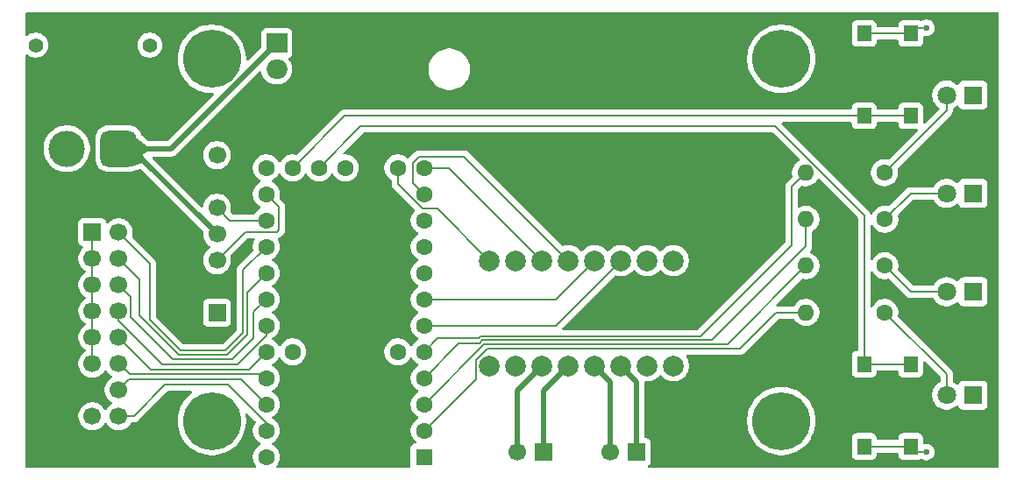
<source format=gbr>
%TF.GenerationSoftware,KiCad,Pcbnew,9.0.1*%
%TF.CreationDate,2025-05-04T20:34:49+10:00*%
%TF.ProjectId,line-follower-mainboard,6c696e65-2d66-46f6-9c6c-6f7765722d6d,rev?*%
%TF.SameCoordinates,Original*%
%TF.FileFunction,Copper,L1,Top*%
%TF.FilePolarity,Positive*%
%FSLAX46Y46*%
G04 Gerber Fmt 4.6, Leading zero omitted, Abs format (unit mm)*
G04 Created by KiCad (PCBNEW 9.0.1) date 2025-05-04 20:34:49*
%MOMM*%
%LPD*%
G01*
G04 APERTURE LIST*
G04 Aperture macros list*
%AMRoundRect*
0 Rectangle with rounded corners*
0 $1 Rounding radius*
0 $2 $3 $4 $5 $6 $7 $8 $9 X,Y pos of 4 corners*
0 Add a 4 corners polygon primitive as box body*
4,1,4,$2,$3,$4,$5,$6,$7,$8,$9,$2,$3,0*
0 Add four circle primitives for the rounded corners*
1,1,$1+$1,$2,$3*
1,1,$1+$1,$4,$5*
1,1,$1+$1,$6,$7*
1,1,$1+$1,$8,$9*
0 Add four rect primitives between the rounded corners*
20,1,$1+$1,$2,$3,$4,$5,0*
20,1,$1+$1,$4,$5,$6,$7,0*
20,1,$1+$1,$6,$7,$8,$9,0*
20,1,$1+$1,$8,$9,$2,$3,0*%
G04 Aperture macros list end*
%TA.AperFunction,ComponentPad*%
%ADD10R,1.600000X1.600000*%
%TD*%
%TA.AperFunction,ComponentPad*%
%ADD11C,1.600000*%
%TD*%
%TA.AperFunction,SMDPad,CuDef*%
%ADD12R,1.400048X1.549908*%
%TD*%
%TA.AperFunction,ComponentPad*%
%ADD13R,1.800000X1.800000*%
%TD*%
%TA.AperFunction,ComponentPad*%
%ADD14C,1.800000*%
%TD*%
%TA.AperFunction,ComponentPad*%
%ADD15C,2.000000*%
%TD*%
%TA.AperFunction,ComponentPad*%
%ADD16C,3.600000*%
%TD*%
%TA.AperFunction,ConnectorPad*%
%ADD17C,5.600000*%
%TD*%
%TA.AperFunction,ComponentPad*%
%ADD18R,1.700000X1.700000*%
%TD*%
%TA.AperFunction,ComponentPad*%
%ADD19C,1.700000*%
%TD*%
%TA.AperFunction,ComponentPad*%
%ADD20O,1.600000X1.600000*%
%TD*%
%TA.AperFunction,ComponentPad*%
%ADD21C,1.400000*%
%TD*%
%TA.AperFunction,ComponentPad*%
%ADD22RoundRect,0.770000X-0.980000X-0.980000X0.980000X-0.980000X0.980000X0.980000X-0.980000X0.980000X0*%
%TD*%
%TA.AperFunction,ComponentPad*%
%ADD23C,3.500000*%
%TD*%
%TA.AperFunction,ComponentPad*%
%ADD24R,2.000000X1.905000*%
%TD*%
%TA.AperFunction,ComponentPad*%
%ADD25O,2.000000X1.905000*%
%TD*%
%TA.AperFunction,ViaPad*%
%ADD26C,0.600000*%
%TD*%
%TA.AperFunction,Conductor*%
%ADD27C,0.200000*%
%TD*%
%TA.AperFunction,Conductor*%
%ADD28C,0.500000*%
%TD*%
G04 APERTURE END LIST*
D10*
%TO.P,U3,1,GND*%
%TO.N,GND*%
X129500000Y-92970000D03*
D11*
%TO.P,U3,2,0*%
%TO.N,/Q0*%
X129500000Y-90430000D03*
%TO.P,U3,3,1*%
%TO.N,/Q1*%
X129500000Y-87890000D03*
%TO.P,U3,4,2*%
%TO.N,/Q2*%
X129500000Y-85350000D03*
%TO.P,U3,5,3*%
%TO.N,/Q3*%
X129500000Y-82810000D03*
%TO.P,U3,6,4_PWM*%
%TO.N,/MOT_B1_PWM*%
X129500000Y-80270000D03*
%TO.P,U3,7,5_INT0_PWM*%
%TO.N,/MOT_B2_PWM*%
X129500000Y-77730000D03*
%TO.P,U3,8,6_INT1*%
%TO.N,unconnected-(U3-6_INT1-Pad8)*%
X129500000Y-75190000D03*
%TO.P,U3,9,7_INT2_RX*%
%TO.N,unconnected-(U3-7_INT2_RX-Pad9)*%
X129500000Y-72650000D03*
%TO.P,U3,10,8_INT3_TX*%
%TO.N,unconnected-(U3-8_INT3_TX-Pad10)*%
X129500000Y-70110000D03*
%TO.P,U3,11,9_PWM*%
%TO.N,/MOT_A2_PWM*%
X129500000Y-67570000D03*
%TO.P,U3,12,10_PWM*%
%TO.N,/MOT_A1_PWM*%
X129500000Y-65030000D03*
%TO.P,U3,13,23*%
%TO.N,/MOT_FLT*%
X126960000Y-65030000D03*
%TO.P,U3,14,+5V*%
%TO.N,5V*%
X124420000Y-65030000D03*
%TO.P,U3,15,GND*%
%TO.N,GND*%
X121880000Y-65030000D03*
%TO.P,U3,16,RST*%
%TO.N,Net-(SW1-A)*%
X119340000Y-65030000D03*
%TO.P,U3,17,22_A11*%
%TO.N,Net-(U3-22_A11)*%
X116800000Y-65030000D03*
%TO.P,U3,18,11_A10_LED*%
%TO.N,unconnected-(U3-11_A10_LED-Pad18)*%
X114260000Y-65030000D03*
%TO.P,U3,19,12_A9_PWM*%
%TO.N,/TRK_SIG*%
X114260000Y-67570000D03*
%TO.P,U3,20,13_A8*%
%TO.N,/SZ_SIG*%
X114260000Y-70110000D03*
%TO.P,U3,21,14_A7_PWM*%
%TO.N,/S1*%
X114260000Y-72650000D03*
%TO.P,U3,22,15_A6_PWM*%
%TO.N,/S2*%
X114260000Y-75190000D03*
%TO.P,U3,23,16_A5*%
%TO.N,/S3*%
X114260000Y-77730000D03*
%TO.P,U3,24,17_A4*%
%TO.N,/S4*%
X114260000Y-80270000D03*
%TO.P,U3,25,18_A3*%
%TO.N,/S5*%
X114260000Y-82810000D03*
%TO.P,U3,26,19_A2*%
%TO.N,/S6*%
X114260000Y-85350000D03*
%TO.P,U3,27,20_A1*%
%TO.N,/S7*%
X114260000Y-87890000D03*
%TO.P,U3,28,21_A0*%
%TO.N,/S8*%
X114260000Y-90430000D03*
%TO.P,U3,29,+5V*%
%TO.N,unconnected-(U3-+5V-Pad29)*%
X114260000Y-92970000D03*
%TO.P,U3,30,24*%
%TO.N,unconnected-(U3-24-Pad30)*%
X126960000Y-82810000D03*
%TO.P,U3,31,AREF*%
%TO.N,unconnected-(U3-AREF-Pad31)*%
X116800000Y-82810000D03*
%TD*%
D12*
%TO.P,SW2,1,1*%
%TO.N,Net-(U3-22_A11)*%
X171999998Y-60000000D03*
%TO.P,SW2,2,2*%
X176500000Y-60000000D03*
%TO.P,SW2,3,K*%
%TO.N,GND*%
X171999998Y-52050004D03*
%TO.P,SW2,4,A*%
X176500000Y-52050004D03*
%TD*%
%TO.P,SW1,1,1*%
%TO.N,GND*%
X171999998Y-91949996D03*
%TO.P,SW1,2,2*%
X176500000Y-91949996D03*
%TO.P,SW1,3,K*%
%TO.N,Net-(SW1-A)*%
X171999998Y-84000000D03*
%TO.P,SW1,4,A*%
X176500000Y-84000000D03*
%TD*%
D13*
%TO.P,D2,1,K*%
%TO.N,GND*%
X182500000Y-77000000D03*
D14*
%TO.P,D2,2,A*%
%TO.N,Net-(D2-A)*%
X179960000Y-77000000D03*
%TD*%
D15*
%TO.P,U4,1,GND*%
%TO.N,GND*%
X153580000Y-74000000D03*
%TO.P,U4,2,VIN*%
%TO.N,VBATT*%
X151040000Y-74000000D03*
%TO.P,U4,3,BIN1*%
%TO.N,/MOT_B1_PWM*%
X148500000Y-74000000D03*
%TO.P,U4,4,BIN2*%
%TO.N,/MOT_B2_PWM*%
X145960000Y-74000000D03*
%TO.P,U4,5,AIN2*%
%TO.N,/MOT_A2_PWM*%
X143420000Y-74000000D03*
%TO.P,U4,6,AIN1*%
%TO.N,/MOT_A1_PWM*%
X140880000Y-74000000D03*
%TO.P,U4,7,nSLEEP*%
%TO.N,unconnected-(U4-nSLEEP-Pad7)*%
X138340000Y-74000000D03*
%TO.P,U4,8,nFAULT*%
%TO.N,/MOT_FLT*%
X135800000Y-74000000D03*
%TO.P,U4,9,GND*%
%TO.N,GND*%
X153580000Y-84160000D03*
%TO.P,U4,10,VMM*%
%TO.N,unconnected-(U4-VMM-Pad10)*%
X151040000Y-84160000D03*
%TO.P,U4,11,BOUT1*%
%TO.N,Net-(J4-Pin_1)*%
X148500000Y-84160000D03*
%TO.P,U4,12,BOUT2*%
%TO.N,Net-(J4-Pin_2)*%
X145960000Y-84160000D03*
%TO.P,U4,13,AOUT2*%
%TO.N,Net-(J5-Pin_1)*%
X143420000Y-84160000D03*
%TO.P,U4,14,AOUT1*%
%TO.N,Net-(J5-Pin_2)*%
X140880000Y-84160000D03*
%TO.P,U4,15,AISEN*%
%TO.N,unconnected-(U4-AISEN-Pad15)*%
X138340000Y-84160000D03*
%TO.P,U4,16,BISEN*%
%TO.N,unconnected-(U4-BISEN-Pad16)*%
X135800000Y-84160000D03*
%TD*%
D16*
%TO.P,H3,1,1*%
%TO.N,GND*%
X109000000Y-89500000D03*
D17*
X109000000Y-89500000D03*
%TD*%
D18*
%TO.P,J4,1,Pin_1*%
%TO.N,Net-(J4-Pin_1)*%
X150040000Y-92500000D03*
D19*
%TO.P,J4,2,Pin_2*%
%TO.N,Net-(J4-Pin_2)*%
X147500000Y-92500000D03*
%TD*%
D11*
%TO.P,R4,1*%
%TO.N,Net-(D4-A)*%
X173960000Y-65500000D03*
D20*
%TO.P,R4,2*%
%TO.N,/Q3*%
X166340000Y-65500000D03*
%TD*%
D16*
%TO.P,H2,1,1*%
%TO.N,GND*%
X164000000Y-54500000D03*
D17*
X164000000Y-54500000D03*
%TD*%
D18*
%TO.P,J3,1,Pin_1*%
%TO.N,GND*%
X109500000Y-79040000D03*
D19*
%TO.P,J3,2,Pin_2*%
%TO.N,5V*%
X109500000Y-76500000D03*
%TO.P,J3,3,Pin_3*%
%TO.N,/TRK_SIG*%
X109500000Y-73960000D03*
%TO.P,J3,4,Pin_4*%
%TO.N,VBATT*%
X109500000Y-71420000D03*
%TO.P,J3,5,Pin_5*%
%TO.N,/SZ_SIG*%
X109500000Y-68880000D03*
%TO.P,J3,6,Pin_6*%
%TO.N,5V*%
X109500000Y-66340000D03*
%TO.P,J3,7,Pin_7*%
%TO.N,GND*%
X109500000Y-63800000D03*
%TD*%
D13*
%TO.P,D1,1,K*%
%TO.N,GND*%
X182500000Y-87000000D03*
D14*
%TO.P,D1,2,A*%
%TO.N,Net-(D1-A)*%
X179960000Y-87000000D03*
%TD*%
D16*
%TO.P,H4,1,1*%
%TO.N,GND*%
X164000000Y-89500000D03*
D17*
X164000000Y-89500000D03*
%TD*%
D13*
%TO.P,D4,1,K*%
%TO.N,GND*%
X182500000Y-58000000D03*
D14*
%TO.P,D4,2,A*%
%TO.N,Net-(D4-A)*%
X179960000Y-58000000D03*
%TD*%
D18*
%TO.P,J2,1,Pin_1*%
%TO.N,GND*%
X97460000Y-71260000D03*
D19*
%TO.P,J2,2,Pin_2*%
%TO.N,/S1*%
X100000000Y-71260000D03*
%TO.P,J2,3,Pin_3*%
%TO.N,GND*%
X97460000Y-73800000D03*
%TO.P,J2,4,Pin_4*%
%TO.N,/S2*%
X100000000Y-73800000D03*
%TO.P,J2,5,Pin_5*%
%TO.N,GND*%
X97460000Y-76340000D03*
%TO.P,J2,6,Pin_6*%
%TO.N,/S3*%
X100000000Y-76340000D03*
%TO.P,J2,7,Pin_7*%
%TO.N,GND*%
X97460000Y-78880000D03*
%TO.P,J2,8,Pin_8*%
%TO.N,/S4*%
X100000000Y-78880000D03*
%TO.P,J2,9,Pin_9*%
%TO.N,GND*%
X97460000Y-81420000D03*
%TO.P,J2,10,Pin_10*%
%TO.N,/S5*%
X100000000Y-81420000D03*
%TO.P,J2,11,Pin_11*%
%TO.N,GND*%
X97460000Y-83960000D03*
%TO.P,J2,12,Pin_12*%
%TO.N,/S6*%
X100000000Y-83960000D03*
%TO.P,J2,13,Pin_13*%
%TO.N,5V*%
X97460000Y-86500000D03*
%TO.P,J2,14,Pin_14*%
%TO.N,/S7*%
X100000000Y-86500000D03*
%TO.P,J2,15,Pin_15*%
%TO.N,/SENSOR_LED*%
X97460000Y-89040000D03*
%TO.P,J2,16,Pin_16*%
%TO.N,/S8*%
X100000000Y-89040000D03*
%TD*%
D11*
%TO.P,R2,1*%
%TO.N,Net-(D2-A)*%
X174000000Y-74500000D03*
D20*
%TO.P,R2,2*%
%TO.N,/Q1*%
X166380000Y-74500000D03*
%TD*%
D21*
%TO.P,J1,*%
%TO.N,*%
X92000000Y-53175000D03*
X103000000Y-53175000D03*
D22*
%TO.P,J1,1,Pin_1*%
%TO.N,VBATT*%
X100000000Y-63175000D03*
D23*
%TO.P,J1,2,Pin_2*%
%TO.N,GND*%
X95000000Y-63175000D03*
%TD*%
D24*
%TO.P,U1,1,IN*%
%TO.N,VBATT*%
X115270000Y-52960000D03*
D25*
%TO.P,U1,2,GND*%
%TO.N,GND*%
X115270000Y-55500000D03*
%TO.P,U1,3,OUT*%
%TO.N,5V*%
X115270000Y-58040000D03*
%TD*%
D13*
%TO.P,D3,1,K*%
%TO.N,GND*%
X182500000Y-67500000D03*
D14*
%TO.P,D3,2,A*%
%TO.N,Net-(D3-A)*%
X179960000Y-67500000D03*
%TD*%
D16*
%TO.P,H1,1,1*%
%TO.N,GND*%
X109000000Y-54500000D03*
D17*
X109000000Y-54500000D03*
%TD*%
D11*
%TO.P,R3,1*%
%TO.N,Net-(D3-A)*%
X174000000Y-70000000D03*
D20*
%TO.P,R3,2*%
%TO.N,/Q2*%
X166380000Y-70000000D03*
%TD*%
D11*
%TO.P,R1,1*%
%TO.N,Net-(D1-A)*%
X174000000Y-79000000D03*
D20*
%TO.P,R1,2*%
%TO.N,/Q0*%
X166380000Y-79000000D03*
%TD*%
D18*
%TO.P,J5,1,Pin_1*%
%TO.N,Net-(J5-Pin_1)*%
X141000000Y-92500000D03*
D19*
%TO.P,J5,2,Pin_2*%
%TO.N,Net-(J5-Pin_2)*%
X138460000Y-92500000D03*
%TD*%
D26*
%TO.N,GND*%
X178000000Y-92500000D03*
X178000000Y-51500000D03*
%TO.N,5V*%
X125000000Y-62000000D03*
X155000000Y-62000000D03*
X130000000Y-62000000D03*
X150000000Y-58500000D03*
X150000000Y-62000000D03*
X130000000Y-59000000D03*
X155000000Y-58500000D03*
X145000000Y-58500000D03*
X125000000Y-59000000D03*
X145000000Y-62000000D03*
%TD*%
D27*
%TO.N,Net-(D1-A)*%
X179960000Y-87000000D02*
X179960000Y-84960000D01*
X179960000Y-84960000D02*
X174000000Y-79000000D01*
%TO.N,GND*%
X97460000Y-78880000D02*
X97460000Y-76340000D01*
X97460000Y-76340000D02*
X97460000Y-73800000D01*
X97460000Y-83960000D02*
X97460000Y-81420000D01*
X178000000Y-92500000D02*
X177050004Y-92500000D01*
X97460000Y-81420000D02*
X97460000Y-78880000D01*
X176500000Y-52050004D02*
X171999998Y-52050004D01*
X177050004Y-51500000D02*
X176500000Y-52050004D01*
X176500000Y-91949996D02*
X171999998Y-91949996D01*
X97460000Y-73800000D02*
X97460000Y-71260000D01*
X177050004Y-92500000D02*
X176500000Y-91949996D01*
X178000000Y-51500000D02*
X177050004Y-51500000D01*
%TO.N,Net-(D2-A)*%
X179960000Y-77000000D02*
X176500000Y-77000000D01*
X176500000Y-77000000D02*
X174000000Y-74500000D01*
%TO.N,Net-(D3-A)*%
X176500000Y-67500000D02*
X174000000Y-70000000D01*
X179960000Y-67500000D02*
X176500000Y-67500000D01*
%TO.N,Net-(D4-A)*%
X179960000Y-58000000D02*
X179960000Y-59500000D01*
X179960000Y-59500000D02*
X173960000Y-65500000D01*
D28*
%TO.N,VBATT*%
X101255000Y-63175000D02*
X109500000Y-71420000D01*
X100000000Y-63175000D02*
X105055000Y-63175000D01*
X105055000Y-63175000D02*
X115270000Y-52960000D01*
X100000000Y-63175000D02*
X101255000Y-63175000D01*
D27*
%TO.N,/S5*%
X103080000Y-84500000D02*
X112570000Y-84500000D01*
X100000000Y-81420000D02*
X103080000Y-84500000D01*
X112570000Y-84500000D02*
X114260000Y-82810000D01*
%TO.N,/S4*%
X101151000Y-80943240D02*
X101151000Y-80951000D01*
X114260000Y-81240000D02*
X114260000Y-80270000D01*
X100469000Y-80269000D02*
X100476760Y-80269000D01*
X104200000Y-84000000D02*
X111500000Y-84000000D01*
X100000000Y-79800000D02*
X100469000Y-80269000D01*
X100000000Y-78880000D02*
X100000000Y-79800000D01*
X101151000Y-80951000D02*
X104200000Y-84000000D01*
X100476760Y-80269000D02*
X101151000Y-80943240D01*
X111500000Y-84000000D02*
X114260000Y-81240000D01*
%TO.N,/S2*%
X100000000Y-73800000D02*
X102000000Y-75800000D01*
X112401000Y-77049000D02*
X114260000Y-75190000D01*
X110468100Y-83099000D02*
X112401000Y-81166100D01*
X102000000Y-79265100D02*
X105833900Y-83099000D01*
X105833900Y-83099000D02*
X110468100Y-83099000D01*
X112401000Y-81166100D02*
X112401000Y-77049000D01*
X102000000Y-75800000D02*
X102000000Y-79265100D01*
%TO.N,/S6*%
X100000000Y-83960000D02*
X101040000Y-85000000D01*
X113910000Y-85000000D02*
X114260000Y-85350000D01*
X101040000Y-85000000D02*
X113910000Y-85000000D01*
%TO.N,/S3*%
X111000000Y-83500000D02*
X113000000Y-81500000D01*
X100000000Y-76340000D02*
X101151000Y-77491000D01*
X105200000Y-83500000D02*
X111000000Y-83500000D01*
X113000000Y-78990000D02*
X114260000Y-77730000D01*
X113000000Y-81500000D02*
X113000000Y-78990000D01*
X101151000Y-79451000D02*
X105200000Y-83500000D01*
X101151000Y-77491000D02*
X101151000Y-79451000D01*
%TO.N,/S1*%
X110302000Y-82698000D02*
X112000000Y-81000000D01*
X112000000Y-81000000D02*
X112000000Y-74910000D01*
X106000000Y-82698000D02*
X110302000Y-82698000D01*
X103000000Y-79698000D02*
X106000000Y-82698000D01*
X100000000Y-71260000D02*
X103000000Y-74260000D01*
X103000000Y-74260000D02*
X103000000Y-79698000D01*
X112000000Y-74910000D02*
X114260000Y-72650000D01*
%TO.N,/S8*%
X104500000Y-86000000D02*
X110545560Y-86000000D01*
X101460000Y-89040000D02*
X104500000Y-86000000D01*
X114260000Y-89714440D02*
X114260000Y-90430000D01*
X100000000Y-89040000D02*
X101460000Y-89040000D01*
X110545560Y-86000000D02*
X114260000Y-89714440D01*
%TO.N,/S7*%
X111868000Y-85498000D02*
X114260000Y-87890000D01*
X101002000Y-85498000D02*
X111868000Y-85498000D01*
X100000000Y-86500000D02*
X101002000Y-85498000D01*
%TO.N,/SZ_SIG*%
X114260000Y-70110000D02*
X110730000Y-70110000D01*
X110730000Y-70110000D02*
X109500000Y-68880000D01*
%TO.N,/TRK_SIG*%
X112249000Y-71211000D02*
X109500000Y-73960000D01*
X114260000Y-67570000D02*
X115500000Y-68810000D01*
X115500000Y-68810000D02*
X115500000Y-71000000D01*
X115500000Y-71000000D02*
X115289000Y-71211000D01*
X115289000Y-71211000D02*
X112249000Y-71211000D01*
D28*
%TO.N,Net-(J4-Pin_2)*%
X147500000Y-85700000D02*
X147500000Y-92500000D01*
X145960000Y-84160000D02*
X147500000Y-85700000D01*
%TO.N,Net-(J4-Pin_1)*%
X150040000Y-85700000D02*
X150040000Y-92500000D01*
X148500000Y-84160000D02*
X150040000Y-85700000D01*
%TO.N,Net-(J5-Pin_1)*%
X143420000Y-84160000D02*
X141000000Y-86580000D01*
X141000000Y-86580000D02*
X141000000Y-92500000D01*
%TO.N,Net-(J5-Pin_2)*%
X138460000Y-86580000D02*
X138460000Y-92500000D01*
X140880000Y-84160000D02*
X138460000Y-86580000D01*
D27*
%TO.N,/Q0*%
X134499000Y-85431000D02*
X134499000Y-83621108D01*
X163500000Y-79000000D02*
X166380000Y-79000000D01*
X160000000Y-82500000D02*
X163500000Y-79000000D01*
X129500000Y-90430000D02*
X134499000Y-85431000D01*
X135620108Y-82500000D02*
X160000000Y-82500000D01*
X134499000Y-83621108D02*
X135620108Y-82500000D01*
%TO.N,/Q1*%
X158781000Y-82099000D02*
X166380000Y-74500000D01*
X135291000Y-82099000D02*
X158781000Y-82099000D01*
X129500000Y-87890000D02*
X135291000Y-82099000D01*
%TO.N,/Q2*%
X166380000Y-72620000D02*
X166380000Y-70000000D01*
X134822900Y-82000000D02*
X135124900Y-81698000D01*
X157302000Y-81698000D02*
X166380000Y-72620000D01*
X135124900Y-81698000D02*
X157302000Y-81698000D01*
X132850000Y-82000000D02*
X134822900Y-82000000D01*
X129500000Y-85350000D02*
X132850000Y-82000000D01*
%TO.N,/Q3*%
X129500000Y-82810000D02*
X130810000Y-81500000D01*
X165000000Y-66840000D02*
X166340000Y-65500000D01*
X134958800Y-81297000D02*
X156187268Y-81297000D01*
X165000000Y-72484268D02*
X165000000Y-66840000D01*
X130810000Y-81500000D02*
X134755800Y-81500000D01*
X134755800Y-81500000D02*
X134958800Y-81297000D01*
X156187268Y-81297000D02*
X165000000Y-72484268D01*
%TO.N,Net-(SW1-A)*%
X163397050Y-61000000D02*
X123370000Y-61000000D01*
X123370000Y-61000000D02*
X119340000Y-65030000D01*
X171999998Y-84000000D02*
X171999998Y-69602948D01*
X171999998Y-69602948D02*
X163397050Y-61000000D01*
X176500000Y-84000000D02*
X171999998Y-84000000D01*
%TO.N,Net-(U3-22_A11)*%
X121830000Y-60000000D02*
X116800000Y-65030000D01*
X171999998Y-60000000D02*
X121830000Y-60000000D01*
X176500000Y-60000000D02*
X171999998Y-60000000D01*
%TO.N,/MOT_A2_PWM*%
X129500000Y-67570000D02*
X128399000Y-66469000D01*
X128399000Y-66469000D02*
X128399000Y-64573950D01*
X129043950Y-63929000D02*
X133349000Y-63929000D01*
X128399000Y-64573950D02*
X129043950Y-63929000D01*
X133349000Y-63929000D02*
X143420000Y-74000000D01*
%TO.N,/MOT_FLT*%
X126960000Y-65030000D02*
X126960000Y-66587050D01*
X130800000Y-69000000D02*
X135800000Y-74000000D01*
X129372950Y-69000000D02*
X130800000Y-69000000D01*
X126960000Y-66587050D02*
X129372950Y-69000000D01*
%TO.N,/MOT_B2_PWM*%
X142230000Y-77730000D02*
X145960000Y-74000000D01*
X129500000Y-77730000D02*
X142230000Y-77730000D01*
%TO.N,/MOT_A1_PWM*%
X131910000Y-65030000D02*
X140880000Y-74000000D01*
X129500000Y-65030000D02*
X131910000Y-65030000D01*
%TO.N,/MOT_B1_PWM*%
X129500000Y-80270000D02*
X142230000Y-80270000D01*
X142230000Y-80270000D02*
X148500000Y-74000000D01*
%TD*%
%TA.AperFunction,Conductor*%
%TO.N,5V*%
G36*
X184942539Y-50020185D02*
G01*
X184988294Y-50072989D01*
X184999500Y-50124500D01*
X184999500Y-93875500D01*
X184979815Y-93942539D01*
X184927011Y-93988294D01*
X184875500Y-93999500D01*
X151230103Y-93999500D01*
X151163064Y-93979815D01*
X151117309Y-93927011D01*
X151107365Y-93857853D01*
X151136390Y-93794297D01*
X151155792Y-93776234D01*
X151215240Y-93731730D01*
X151247546Y-93707546D01*
X151333796Y-93592331D01*
X151384091Y-93457483D01*
X151390500Y-93397873D01*
X151390499Y-91602128D01*
X151384091Y-91542517D01*
X151384005Y-91542287D01*
X151333797Y-91407671D01*
X151333793Y-91407664D01*
X151247547Y-91292455D01*
X151247544Y-91292452D01*
X151132335Y-91206206D01*
X151132328Y-91206202D01*
X150997482Y-91155908D01*
X150997483Y-91155908D01*
X150937883Y-91149501D01*
X150937881Y-91149500D01*
X150937873Y-91149500D01*
X150937865Y-91149500D01*
X150914500Y-91149500D01*
X150847461Y-91129815D01*
X150801706Y-91077011D01*
X150790500Y-91025500D01*
X150790500Y-89337857D01*
X160699500Y-89337857D01*
X160699500Y-89662143D01*
X160702638Y-89693999D01*
X160731284Y-89984857D01*
X160731287Y-89984874D01*
X160794545Y-90302902D01*
X160794548Y-90302913D01*
X160888686Y-90613247D01*
X161012786Y-90912849D01*
X161012788Y-90912854D01*
X161165646Y-91198830D01*
X161165657Y-91198848D01*
X161345811Y-91468467D01*
X161345821Y-91468481D01*
X161551546Y-91719158D01*
X161780841Y-91948453D01*
X161780846Y-91948457D01*
X161780847Y-91948458D01*
X162031524Y-92154183D01*
X162301158Y-92334347D01*
X162301167Y-92334352D01*
X162301169Y-92334353D01*
X162587145Y-92487211D01*
X162587147Y-92487211D01*
X162587153Y-92487215D01*
X162886754Y-92611314D01*
X163197077Y-92705449D01*
X163197083Y-92705450D01*
X163197086Y-92705451D01*
X163197097Y-92705454D01*
X163396528Y-92745122D01*
X163515132Y-92768714D01*
X163837857Y-92800500D01*
X163837860Y-92800500D01*
X164162140Y-92800500D01*
X164162143Y-92800500D01*
X164484868Y-92768714D01*
X164661896Y-92733501D01*
X164802902Y-92705454D01*
X164802913Y-92705451D01*
X164802913Y-92705450D01*
X164802923Y-92705449D01*
X165113246Y-92611314D01*
X165412847Y-92487215D01*
X165698842Y-92334347D01*
X165968476Y-92154183D01*
X166219153Y-91948458D01*
X166448458Y-91719153D01*
X166654183Y-91468476D01*
X166834347Y-91198842D01*
X166872653Y-91127177D01*
X170799474Y-91127177D01*
X170799474Y-92772820D01*
X170799475Y-92772826D01*
X170805882Y-92832433D01*
X170856176Y-92967278D01*
X170856180Y-92967285D01*
X170942426Y-93082494D01*
X170942429Y-93082497D01*
X171057638Y-93168743D01*
X171057645Y-93168747D01*
X171192491Y-93219041D01*
X171192490Y-93219041D01*
X171199418Y-93219785D01*
X171252101Y-93225450D01*
X172747894Y-93225449D01*
X172807505Y-93219041D01*
X172942353Y-93168746D01*
X173057568Y-93082496D01*
X173143818Y-92967281D01*
X173194113Y-92832433D01*
X173200522Y-92772823D01*
X173200522Y-92674496D01*
X173220207Y-92607457D01*
X173273011Y-92561702D01*
X173324522Y-92550496D01*
X175175477Y-92550496D01*
X175242516Y-92570181D01*
X175288271Y-92622985D01*
X175299477Y-92674496D01*
X175299477Y-92772826D01*
X175305884Y-92832433D01*
X175356178Y-92967278D01*
X175356182Y-92967285D01*
X175442428Y-93082494D01*
X175442431Y-93082497D01*
X175557640Y-93168743D01*
X175557647Y-93168747D01*
X175692493Y-93219041D01*
X175692492Y-93219041D01*
X175699420Y-93219785D01*
X175752103Y-93225450D01*
X177247896Y-93225449D01*
X177307507Y-93219041D01*
X177442355Y-93168746D01*
X177442357Y-93168744D01*
X177450664Y-93165646D01*
X177451241Y-93167194D01*
X177509464Y-93154528D01*
X177569511Y-93175110D01*
X177618459Y-93207816D01*
X177620821Y-93209394D01*
X177620823Y-93209395D01*
X177620827Y-93209397D01*
X177766498Y-93269735D01*
X177766503Y-93269737D01*
X177921153Y-93300499D01*
X177921156Y-93300500D01*
X177921158Y-93300500D01*
X178078844Y-93300500D01*
X178078845Y-93300499D01*
X178233497Y-93269737D01*
X178379179Y-93209394D01*
X178510289Y-93121789D01*
X178621789Y-93010289D01*
X178709394Y-92879179D01*
X178769737Y-92733497D01*
X178800500Y-92578842D01*
X178800500Y-92421158D01*
X178800500Y-92421155D01*
X178800499Y-92421153D01*
X178783231Y-92334342D01*
X178769737Y-92266503D01*
X178710206Y-92122781D01*
X178709397Y-92120827D01*
X178709390Y-92120814D01*
X178621789Y-91989711D01*
X178621786Y-91989707D01*
X178510292Y-91878213D01*
X178510288Y-91878210D01*
X178379185Y-91790609D01*
X178379172Y-91790602D01*
X178233501Y-91730264D01*
X178233489Y-91730261D01*
X178078845Y-91699500D01*
X178078842Y-91699500D01*
X177921158Y-91699500D01*
X177921153Y-91699500D01*
X177848714Y-91713909D01*
X177779122Y-91707682D01*
X177723945Y-91664818D01*
X177700701Y-91598929D01*
X177700523Y-91592292D01*
X177700523Y-91127171D01*
X177700522Y-91127165D01*
X177700521Y-91127158D01*
X177694115Y-91067559D01*
X177643820Y-90932711D01*
X177643819Y-90932710D01*
X177643817Y-90932706D01*
X177557571Y-90817497D01*
X177557568Y-90817494D01*
X177442359Y-90731248D01*
X177442352Y-90731244D01*
X177307506Y-90680950D01*
X177307507Y-90680950D01*
X177247907Y-90674543D01*
X177247905Y-90674542D01*
X177247897Y-90674542D01*
X177247888Y-90674542D01*
X175752105Y-90674542D01*
X175752099Y-90674543D01*
X175692492Y-90680950D01*
X175557647Y-90731244D01*
X175557640Y-90731248D01*
X175442431Y-90817494D01*
X175442428Y-90817497D01*
X175356182Y-90932706D01*
X175356178Y-90932713D01*
X175305884Y-91067559D01*
X175299477Y-91127158D01*
X175299477Y-91127165D01*
X175299476Y-91127177D01*
X175299476Y-91225496D01*
X175279791Y-91292535D01*
X175226987Y-91338290D01*
X175175476Y-91349496D01*
X173324521Y-91349496D01*
X173257482Y-91329811D01*
X173211727Y-91277007D01*
X173200521Y-91225496D01*
X173200521Y-91127171D01*
X173200520Y-91127165D01*
X173200519Y-91127158D01*
X173194113Y-91067559D01*
X173143818Y-90932711D01*
X173143817Y-90932710D01*
X173143815Y-90932706D01*
X173057569Y-90817497D01*
X173057566Y-90817494D01*
X172942357Y-90731248D01*
X172942350Y-90731244D01*
X172807504Y-90680950D01*
X172807505Y-90680950D01*
X172747905Y-90674543D01*
X172747903Y-90674542D01*
X172747895Y-90674542D01*
X172747886Y-90674542D01*
X171252103Y-90674542D01*
X171252097Y-90674543D01*
X171192490Y-90680950D01*
X171057645Y-90731244D01*
X171057638Y-90731248D01*
X170942429Y-90817494D01*
X170942426Y-90817497D01*
X170856180Y-90932706D01*
X170856176Y-90932713D01*
X170805882Y-91067559D01*
X170799475Y-91127158D01*
X170799475Y-91127165D01*
X170799474Y-91127177D01*
X166872653Y-91127177D01*
X166987215Y-90912847D01*
X167111314Y-90613246D01*
X167205449Y-90302923D01*
X167205451Y-90302913D01*
X167205454Y-90302902D01*
X167240747Y-90125466D01*
X167268714Y-89984868D01*
X167300500Y-89662143D01*
X167300500Y-89337857D01*
X167268714Y-89015132D01*
X167224685Y-88793781D01*
X167205454Y-88697097D01*
X167205451Y-88697086D01*
X167205450Y-88697083D01*
X167205449Y-88697077D01*
X167111314Y-88386754D01*
X166987215Y-88087153D01*
X166977107Y-88068243D01*
X166834353Y-87801169D01*
X166834352Y-87801167D01*
X166834347Y-87801158D01*
X166654183Y-87531524D01*
X166448458Y-87280847D01*
X166448457Y-87280846D01*
X166448453Y-87280841D01*
X166219158Y-87051546D01*
X165968481Y-86845821D01*
X165968480Y-86845820D01*
X165968476Y-86845817D01*
X165698842Y-86665653D01*
X165698837Y-86665650D01*
X165698830Y-86665646D01*
X165412854Y-86512788D01*
X165412849Y-86512786D01*
X165404952Y-86509515D01*
X165325098Y-86476438D01*
X165113247Y-86388686D01*
X164802913Y-86294548D01*
X164802902Y-86294545D01*
X164484874Y-86231287D01*
X164484857Y-86231284D01*
X164240812Y-86207248D01*
X164162143Y-86199500D01*
X163837857Y-86199500D01*
X163765099Y-86206666D01*
X163515142Y-86231284D01*
X163515125Y-86231287D01*
X163197097Y-86294545D01*
X163197086Y-86294548D01*
X162886752Y-86388686D01*
X162587150Y-86512786D01*
X162587145Y-86512788D01*
X162301169Y-86665646D01*
X162301151Y-86665657D01*
X162031532Y-86845811D01*
X162031518Y-86845821D01*
X161780841Y-87051546D01*
X161551546Y-87280841D01*
X161345821Y-87531518D01*
X161345811Y-87531532D01*
X161165657Y-87801151D01*
X161165646Y-87801169D01*
X161012788Y-88087145D01*
X161012786Y-88087150D01*
X160888686Y-88386752D01*
X160794548Y-88697086D01*
X160794545Y-88697097D01*
X160731287Y-89015125D01*
X160731284Y-89015142D01*
X160716494Y-89165311D01*
X160699500Y-89337857D01*
X150790500Y-89337857D01*
X150790500Y-85784300D01*
X150810185Y-85717261D01*
X150862989Y-85671506D01*
X150917036Y-85661958D01*
X150917036Y-85660500D01*
X151158097Y-85660500D01*
X151391368Y-85623553D01*
X151445670Y-85605909D01*
X151615992Y-85550568D01*
X151826433Y-85443343D01*
X152017510Y-85304517D01*
X152184517Y-85137510D01*
X152209682Y-85102872D01*
X152265011Y-85060207D01*
X152334625Y-85054228D01*
X152396420Y-85086833D01*
X152410315Y-85102870D01*
X152435483Y-85137510D01*
X152602490Y-85304517D01*
X152793567Y-85443343D01*
X152879500Y-85487128D01*
X153004003Y-85550566D01*
X153004005Y-85550566D01*
X153004008Y-85550568D01*
X153084323Y-85576664D01*
X153228631Y-85623553D01*
X153461903Y-85660500D01*
X153461908Y-85660500D01*
X153698097Y-85660500D01*
X153931368Y-85623553D01*
X153985670Y-85605909D01*
X154155992Y-85550568D01*
X154366433Y-85443343D01*
X154557510Y-85304517D01*
X154724517Y-85137510D01*
X154863343Y-84946433D01*
X154970568Y-84735992D01*
X155043553Y-84511368D01*
X155061321Y-84399184D01*
X155080500Y-84278097D01*
X155080500Y-84041902D01*
X155043553Y-83808631D01*
X154994354Y-83657213D01*
X154970568Y-83584008D01*
X154970566Y-83584005D01*
X154970566Y-83584003D01*
X154898000Y-83441585D01*
X154863343Y-83373567D01*
X154807993Y-83297385D01*
X154784514Y-83231579D01*
X154800339Y-83163525D01*
X154850445Y-83114830D01*
X154908312Y-83100500D01*
X159913331Y-83100500D01*
X159913347Y-83100501D01*
X159920943Y-83100501D01*
X160079054Y-83100501D01*
X160079057Y-83100501D01*
X160231785Y-83059577D01*
X160299281Y-83020608D01*
X160368716Y-82980520D01*
X160480520Y-82868716D01*
X160480520Y-82868714D01*
X160490724Y-82858511D01*
X160490727Y-82858506D01*
X163712416Y-79636819D01*
X163773739Y-79603334D01*
X163800097Y-79600500D01*
X165150398Y-79600500D01*
X165217437Y-79620185D01*
X165260883Y-79668205D01*
X165267715Y-79681614D01*
X165388028Y-79847213D01*
X165532786Y-79991971D01*
X165664250Y-80087483D01*
X165698390Y-80112287D01*
X165807042Y-80167648D01*
X165880776Y-80205218D01*
X165880778Y-80205218D01*
X165880781Y-80205220D01*
X165930723Y-80221447D01*
X166075465Y-80268477D01*
X166176557Y-80284488D01*
X166277648Y-80300500D01*
X166277649Y-80300500D01*
X166482351Y-80300500D01*
X166482352Y-80300500D01*
X166684534Y-80268477D01*
X166879219Y-80205220D01*
X167061610Y-80112287D01*
X167167917Y-80035051D01*
X167227213Y-79991971D01*
X167227215Y-79991968D01*
X167227219Y-79991966D01*
X167371966Y-79847219D01*
X167371968Y-79847215D01*
X167371971Y-79847213D01*
X167435489Y-79759786D01*
X167492287Y-79681610D01*
X167585220Y-79499219D01*
X167648477Y-79304534D01*
X167680500Y-79102352D01*
X167680500Y-78897648D01*
X167648477Y-78695466D01*
X167585220Y-78500781D01*
X167585218Y-78500778D01*
X167585218Y-78500776D01*
X167539787Y-78411614D01*
X167492287Y-78318390D01*
X167448081Y-78257545D01*
X167371971Y-78152786D01*
X167227213Y-78008028D01*
X167061613Y-77887715D01*
X167061612Y-77887714D01*
X167061610Y-77887713D01*
X166987390Y-77849896D01*
X166879223Y-77794781D01*
X166684534Y-77731522D01*
X166509995Y-77703878D01*
X166482352Y-77699500D01*
X166277648Y-77699500D01*
X166253329Y-77703351D01*
X166075465Y-77731522D01*
X165880776Y-77794781D01*
X165698386Y-77887715D01*
X165532786Y-78008028D01*
X165388028Y-78152786D01*
X165267715Y-78318385D01*
X165260883Y-78331795D01*
X165212909Y-78382591D01*
X165150398Y-78399500D01*
X163629096Y-78399500D01*
X163562057Y-78379815D01*
X163516302Y-78327011D01*
X163506358Y-78257853D01*
X163535383Y-78194297D01*
X163541415Y-78187819D01*
X164735235Y-76993999D01*
X165935158Y-75794075D01*
X165996479Y-75760592D01*
X166061151Y-75763825D01*
X166075466Y-75768477D01*
X166277648Y-75800500D01*
X166277649Y-75800500D01*
X166482351Y-75800500D01*
X166482352Y-75800500D01*
X166684534Y-75768477D01*
X166879219Y-75705220D01*
X167061610Y-75612287D01*
X167203990Y-75508843D01*
X167227213Y-75491971D01*
X167227215Y-75491968D01*
X167227219Y-75491966D01*
X167371966Y-75347219D01*
X167371968Y-75347215D01*
X167371971Y-75347213D01*
X167470529Y-75211557D01*
X167492287Y-75181610D01*
X167585220Y-74999219D01*
X167648477Y-74804534D01*
X167680500Y-74602352D01*
X167680500Y-74397648D01*
X167648477Y-74195466D01*
X167585220Y-74000781D01*
X167585218Y-74000778D01*
X167585218Y-74000776D01*
X167512209Y-73857490D01*
X167492287Y-73818390D01*
X167484556Y-73807749D01*
X167371971Y-73652786D01*
X167227213Y-73508028D01*
X167061613Y-73387715D01*
X167061612Y-73387714D01*
X167061610Y-73387713D01*
X166964728Y-73338349D01*
X166879223Y-73294781D01*
X166826544Y-73277665D01*
X166768869Y-73238227D01*
X166741671Y-73173868D01*
X166753586Y-73105022D01*
X166777177Y-73072057D01*
X166860520Y-72988716D01*
X166939577Y-72851784D01*
X166980501Y-72699057D01*
X166980501Y-72540942D01*
X166980501Y-72533347D01*
X166980500Y-72533329D01*
X166980500Y-71229601D01*
X167000185Y-71162562D01*
X167048206Y-71119116D01*
X167061610Y-71112287D01*
X167227219Y-70991966D01*
X167371966Y-70847219D01*
X167371968Y-70847215D01*
X167371971Y-70847213D01*
X167437234Y-70757384D01*
X167492287Y-70681610D01*
X167585220Y-70499219D01*
X167648477Y-70304534D01*
X167680500Y-70102352D01*
X167680500Y-69897648D01*
X167648477Y-69695466D01*
X167585220Y-69500781D01*
X167585218Y-69500778D01*
X167585218Y-69500776D01*
X167548332Y-69428385D01*
X167492287Y-69318390D01*
X167451889Y-69262786D01*
X167371971Y-69152786D01*
X167227213Y-69008028D01*
X167061613Y-68887715D01*
X167061612Y-68887714D01*
X167061610Y-68887713D01*
X166978392Y-68845311D01*
X166879223Y-68794781D01*
X166684534Y-68731522D01*
X166509995Y-68703878D01*
X166482352Y-68699500D01*
X166277648Y-68699500D01*
X166253329Y-68703351D01*
X166075465Y-68731522D01*
X165940980Y-68775220D01*
X165880781Y-68794780D01*
X165880778Y-68794781D01*
X165880776Y-68794782D01*
X165780795Y-68845725D01*
X165712125Y-68858621D01*
X165647385Y-68832344D01*
X165607128Y-68775238D01*
X165600500Y-68735240D01*
X165600500Y-67140096D01*
X165620185Y-67073057D01*
X165636815Y-67052419D01*
X165895157Y-66794076D01*
X165956480Y-66760592D01*
X166021154Y-66763826D01*
X166035466Y-66768477D01*
X166237648Y-66800500D01*
X166237649Y-66800500D01*
X166442351Y-66800500D01*
X166442352Y-66800500D01*
X166644534Y-66768477D01*
X166839219Y-66705220D01*
X167021610Y-66612287D01*
X167165160Y-66507993D01*
X167187213Y-66491971D01*
X167187215Y-66491968D01*
X167187219Y-66491966D01*
X167331966Y-66347219D01*
X167331968Y-66347215D01*
X167331971Y-66347213D01*
X167452286Y-66181612D01*
X167452670Y-66180857D01*
X167468348Y-66150087D01*
X167516320Y-66099292D01*
X167584140Y-66082495D01*
X167650276Y-66105031D01*
X167666514Y-66118700D01*
X171363179Y-69815364D01*
X171396664Y-69876687D01*
X171399498Y-69903045D01*
X171399498Y-82600546D01*
X171379813Y-82667585D01*
X171327009Y-82713340D01*
X171275503Y-82724546D01*
X171252106Y-82724546D01*
X171252097Y-82724547D01*
X171192490Y-82730954D01*
X171057645Y-82781248D01*
X171057638Y-82781252D01*
X170942429Y-82867498D01*
X170942426Y-82867501D01*
X170856180Y-82982710D01*
X170856176Y-82982717D01*
X170805882Y-83117563D01*
X170800941Y-83163525D01*
X170799475Y-83177169D01*
X170799474Y-83177181D01*
X170799474Y-84822824D01*
X170799475Y-84822830D01*
X170805882Y-84882437D01*
X170856176Y-85017282D01*
X170856180Y-85017289D01*
X170942426Y-85132498D01*
X170942429Y-85132501D01*
X171057638Y-85218747D01*
X171057645Y-85218751D01*
X171192491Y-85269045D01*
X171192490Y-85269045D01*
X171199418Y-85269789D01*
X171252101Y-85275454D01*
X172747894Y-85275453D01*
X172807505Y-85269045D01*
X172942353Y-85218750D01*
X173057568Y-85132500D01*
X173143818Y-85017285D01*
X173194113Y-84882437D01*
X173200522Y-84822827D01*
X173200522Y-84724500D01*
X173220207Y-84657461D01*
X173273011Y-84611706D01*
X173324522Y-84600500D01*
X175175477Y-84600500D01*
X175242516Y-84620185D01*
X175288271Y-84672989D01*
X175299477Y-84724500D01*
X175299477Y-84822830D01*
X175305884Y-84882437D01*
X175356178Y-85017282D01*
X175356182Y-85017289D01*
X175442428Y-85132498D01*
X175442431Y-85132501D01*
X175557640Y-85218747D01*
X175557647Y-85218751D01*
X175692493Y-85269045D01*
X175692492Y-85269045D01*
X175699420Y-85269789D01*
X175752103Y-85275454D01*
X177247896Y-85275453D01*
X177307507Y-85269045D01*
X177442355Y-85218750D01*
X177557570Y-85132500D01*
X177643820Y-85017285D01*
X177694115Y-84882437D01*
X177700524Y-84822827D01*
X177700523Y-83849119D01*
X177720207Y-83782081D01*
X177773011Y-83736326D01*
X177842170Y-83726382D01*
X177905726Y-83755407D01*
X177912204Y-83761439D01*
X179323181Y-85172416D01*
X179356666Y-85233739D01*
X179359500Y-85260097D01*
X179359500Y-85658164D01*
X179339815Y-85725203D01*
X179291796Y-85768648D01*
X179225976Y-85802185D01*
X179047641Y-85931752D01*
X179047636Y-85931756D01*
X178891756Y-86087636D01*
X178891752Y-86087641D01*
X178762187Y-86265974D01*
X178662104Y-86462393D01*
X178662103Y-86462396D01*
X178593985Y-86672047D01*
X178559500Y-86889778D01*
X178559500Y-87110221D01*
X178593985Y-87327952D01*
X178662103Y-87537603D01*
X178662104Y-87537606D01*
X178762187Y-87734025D01*
X178891752Y-87912358D01*
X178891756Y-87912363D01*
X179047636Y-88068243D01*
X179047641Y-88068247D01*
X179149606Y-88142328D01*
X179225978Y-88197815D01*
X179354375Y-88263237D01*
X179422393Y-88297895D01*
X179422396Y-88297896D01*
X179527221Y-88331955D01*
X179632049Y-88366015D01*
X179849778Y-88400500D01*
X179849779Y-88400500D01*
X180070221Y-88400500D01*
X180070222Y-88400500D01*
X180287951Y-88366015D01*
X180497606Y-88297895D01*
X180694022Y-88197815D01*
X180872365Y-88068242D01*
X180922536Y-88018070D01*
X180983857Y-87984586D01*
X181053548Y-87989570D01*
X181109482Y-88031441D01*
X181126398Y-88062419D01*
X181156202Y-88142328D01*
X181156206Y-88142335D01*
X181242452Y-88257544D01*
X181242455Y-88257547D01*
X181357664Y-88343793D01*
X181357671Y-88343797D01*
X181492517Y-88394091D01*
X181492516Y-88394091D01*
X181499444Y-88394835D01*
X181552127Y-88400500D01*
X183447872Y-88400499D01*
X183507483Y-88394091D01*
X183642331Y-88343796D01*
X183757546Y-88257546D01*
X183843796Y-88142331D01*
X183894091Y-88007483D01*
X183900500Y-87947873D01*
X183900499Y-86052128D01*
X183894091Y-85992517D01*
X183887389Y-85974549D01*
X183843797Y-85857671D01*
X183843793Y-85857664D01*
X183757547Y-85742455D01*
X183757544Y-85742452D01*
X183642335Y-85656206D01*
X183642328Y-85656202D01*
X183507482Y-85605908D01*
X183507483Y-85605908D01*
X183447883Y-85599501D01*
X183447881Y-85599500D01*
X183447873Y-85599500D01*
X183447864Y-85599500D01*
X181552129Y-85599500D01*
X181552123Y-85599501D01*
X181492516Y-85605908D01*
X181357671Y-85656202D01*
X181357664Y-85656206D01*
X181242455Y-85742452D01*
X181242452Y-85742455D01*
X181156206Y-85857664D01*
X181156203Y-85857669D01*
X181126398Y-85937581D01*
X181084526Y-85993514D01*
X181019062Y-86017931D01*
X180950789Y-86003079D01*
X180922535Y-85981928D01*
X180872363Y-85931756D01*
X180872358Y-85931752D01*
X180694023Y-85802185D01*
X180628204Y-85768648D01*
X180577409Y-85720674D01*
X180560500Y-85658164D01*
X180560500Y-85049059D01*
X180560501Y-85049046D01*
X180560501Y-84880945D01*
X180560501Y-84880943D01*
X180519577Y-84728215D01*
X180467731Y-84638416D01*
X180440520Y-84591284D01*
X180328716Y-84479480D01*
X180328713Y-84479478D01*
X175294077Y-79444842D01*
X175260592Y-79383519D01*
X175263828Y-79318841D01*
X175268477Y-79304534D01*
X175300500Y-79102352D01*
X175300500Y-78897648D01*
X175268477Y-78695466D01*
X175205220Y-78500781D01*
X175205218Y-78500778D01*
X175205218Y-78500776D01*
X175159787Y-78411614D01*
X175112287Y-78318390D01*
X175068081Y-78257545D01*
X174991971Y-78152786D01*
X174847213Y-78008028D01*
X174681613Y-77887715D01*
X174681612Y-77887714D01*
X174681610Y-77887713D01*
X174607390Y-77849896D01*
X174499223Y-77794781D01*
X174304534Y-77731522D01*
X174129995Y-77703878D01*
X174102352Y-77699500D01*
X173897648Y-77699500D01*
X173873329Y-77703351D01*
X173695465Y-77731522D01*
X173500776Y-77794781D01*
X173318386Y-77887715D01*
X173152786Y-78008028D01*
X173008028Y-78152786D01*
X172887715Y-78318386D01*
X172834983Y-78421878D01*
X172787008Y-78472674D01*
X172719187Y-78489469D01*
X172653052Y-78466931D01*
X172609601Y-78412216D01*
X172600498Y-78365583D01*
X172600498Y-75134416D01*
X172620183Y-75067377D01*
X172672987Y-75021622D01*
X172742145Y-75011678D01*
X172805701Y-75040703D01*
X172834981Y-75078119D01*
X172865790Y-75138584D01*
X172887715Y-75181614D01*
X173008028Y-75347213D01*
X173152786Y-75491971D01*
X173291527Y-75592770D01*
X173318390Y-75612287D01*
X173404578Y-75656202D01*
X173500776Y-75705218D01*
X173500778Y-75705218D01*
X173500781Y-75705220D01*
X173605137Y-75739127D01*
X173695465Y-75768477D01*
X173737988Y-75775212D01*
X173897648Y-75800500D01*
X173897649Y-75800500D01*
X174102351Y-75800500D01*
X174102352Y-75800500D01*
X174304534Y-75768477D01*
X174318842Y-75763827D01*
X174388682Y-75761831D01*
X174444842Y-75794077D01*
X176015139Y-77364374D01*
X176015149Y-77364385D01*
X176019479Y-77368715D01*
X176019480Y-77368716D01*
X176131284Y-77480520D01*
X176216121Y-77529500D01*
X176268215Y-77559577D01*
X176420943Y-77600501D01*
X176420946Y-77600501D01*
X176586653Y-77600501D01*
X176586669Y-77600500D01*
X178618164Y-77600500D01*
X178685203Y-77620185D01*
X178728648Y-77668204D01*
X178762185Y-77734023D01*
X178891752Y-77912358D01*
X178891756Y-77912363D01*
X179047636Y-78068243D01*
X179047641Y-78068247D01*
X179190693Y-78172179D01*
X179225978Y-78197815D01*
X179343808Y-78257853D01*
X179422393Y-78297895D01*
X179422396Y-78297896D01*
X179485472Y-78318390D01*
X179632049Y-78366015D01*
X179849778Y-78400500D01*
X179849779Y-78400500D01*
X180070221Y-78400500D01*
X180070222Y-78400500D01*
X180287951Y-78366015D01*
X180497606Y-78297895D01*
X180694022Y-78197815D01*
X180872365Y-78068242D01*
X180922536Y-78018070D01*
X180983857Y-77984586D01*
X181053548Y-77989570D01*
X181109482Y-78031441D01*
X181126398Y-78062419D01*
X181156202Y-78142328D01*
X181156206Y-78142335D01*
X181242452Y-78257544D01*
X181242454Y-78257546D01*
X181357664Y-78343793D01*
X181357671Y-78343797D01*
X181492517Y-78394091D01*
X181492516Y-78394091D01*
X181499444Y-78394835D01*
X181552127Y-78400500D01*
X183447872Y-78400499D01*
X183507483Y-78394091D01*
X183642331Y-78343796D01*
X183757546Y-78257546D01*
X183843796Y-78142331D01*
X183894091Y-78007483D01*
X183900500Y-77947873D01*
X183900499Y-76052128D01*
X183894091Y-75992517D01*
X183873601Y-75937581D01*
X183843797Y-75857671D01*
X183843793Y-75857664D01*
X183757547Y-75742455D01*
X183757544Y-75742452D01*
X183642335Y-75656206D01*
X183642328Y-75656202D01*
X183507482Y-75605908D01*
X183507483Y-75605908D01*
X183447883Y-75599501D01*
X183447881Y-75599500D01*
X183447873Y-75599500D01*
X183447864Y-75599500D01*
X181552129Y-75599500D01*
X181552123Y-75599501D01*
X181492516Y-75605908D01*
X181357671Y-75656202D01*
X181357664Y-75656206D01*
X181242455Y-75742452D01*
X181242452Y-75742455D01*
X181156206Y-75857664D01*
X181156203Y-75857669D01*
X181126398Y-75937581D01*
X181084526Y-75993514D01*
X181019062Y-76017931D01*
X180950789Y-76003079D01*
X180922535Y-75981928D01*
X180872363Y-75931756D01*
X180872358Y-75931752D01*
X180694025Y-75802187D01*
X180694024Y-75802186D01*
X180694022Y-75802185D01*
X180576791Y-75742452D01*
X180497606Y-75702104D01*
X180497603Y-75702103D01*
X180287952Y-75633985D01*
X180179086Y-75616742D01*
X180070222Y-75599500D01*
X179849778Y-75599500D01*
X179777201Y-75610995D01*
X179632047Y-75633985D01*
X179422396Y-75702103D01*
X179422393Y-75702104D01*
X179225974Y-75802187D01*
X179047641Y-75931752D01*
X179047636Y-75931756D01*
X178891756Y-76087636D01*
X178891752Y-76087641D01*
X178762185Y-76265976D01*
X178728648Y-76331796D01*
X178680674Y-76382591D01*
X178618164Y-76399500D01*
X176800097Y-76399500D01*
X176733058Y-76379815D01*
X176712416Y-76363181D01*
X175294077Y-74944842D01*
X175260592Y-74883519D01*
X175263828Y-74818841D01*
X175268477Y-74804534D01*
X175300500Y-74602352D01*
X175300500Y-74397648D01*
X175268477Y-74195466D01*
X175205220Y-74000781D01*
X175205218Y-74000778D01*
X175205218Y-74000776D01*
X175132209Y-73857490D01*
X175112287Y-73818390D01*
X175104556Y-73807749D01*
X174991971Y-73652786D01*
X174847213Y-73508028D01*
X174681613Y-73387715D01*
X174681612Y-73387714D01*
X174681610Y-73387713D01*
X174584728Y-73338349D01*
X174499223Y-73294781D01*
X174304534Y-73231522D01*
X174129995Y-73203878D01*
X174102352Y-73199500D01*
X173897648Y-73199500D01*
X173873329Y-73203351D01*
X173695465Y-73231522D01*
X173500776Y-73294781D01*
X173318386Y-73387715D01*
X173152786Y-73508028D01*
X173008028Y-73652786D01*
X172887715Y-73818386D01*
X172834983Y-73921878D01*
X172787008Y-73972674D01*
X172719187Y-73989469D01*
X172653052Y-73966931D01*
X172609601Y-73912216D01*
X172600498Y-73865583D01*
X172600498Y-70634416D01*
X172620183Y-70567377D01*
X172672987Y-70521622D01*
X172742145Y-70511678D01*
X172805701Y-70540703D01*
X172834981Y-70578119D01*
X172882677Y-70671727D01*
X172887715Y-70681614D01*
X173008028Y-70847213D01*
X173152786Y-70991971D01*
X173272651Y-71079056D01*
X173318390Y-71112287D01*
X173417060Y-71162562D01*
X173500776Y-71205218D01*
X173500778Y-71205218D01*
X173500781Y-71205220D01*
X173553299Y-71222284D01*
X173695465Y-71268477D01*
X173780239Y-71281904D01*
X173897648Y-71300500D01*
X173897649Y-71300500D01*
X174102351Y-71300500D01*
X174102352Y-71300500D01*
X174304534Y-71268477D01*
X174499219Y-71205220D01*
X174681610Y-71112287D01*
X174774590Y-71044732D01*
X174847213Y-70991971D01*
X174847215Y-70991968D01*
X174847219Y-70991966D01*
X174991966Y-70847219D01*
X174991968Y-70847215D01*
X174991971Y-70847213D01*
X175057234Y-70757384D01*
X175112287Y-70681610D01*
X175205220Y-70499219D01*
X175268477Y-70304534D01*
X175300500Y-70102352D01*
X175300500Y-69897648D01*
X175268477Y-69695466D01*
X175263825Y-69681151D01*
X175261832Y-69611312D01*
X175294075Y-69555158D01*
X176712416Y-68136819D01*
X176773739Y-68103334D01*
X176800097Y-68100500D01*
X178618164Y-68100500D01*
X178685203Y-68120185D01*
X178728648Y-68168204D01*
X178762185Y-68234023D01*
X178891752Y-68412358D01*
X178891756Y-68412363D01*
X179047636Y-68568243D01*
X179047641Y-68568247D01*
X179144138Y-68638355D01*
X179225978Y-68697815D01*
X179347341Y-68759653D01*
X179422393Y-68797895D01*
X179422396Y-68797896D01*
X179527221Y-68831955D01*
X179632049Y-68866015D01*
X179849778Y-68900500D01*
X179849779Y-68900500D01*
X180070221Y-68900500D01*
X180070222Y-68900500D01*
X180287951Y-68866015D01*
X180497606Y-68797895D01*
X180694022Y-68697815D01*
X180872365Y-68568242D01*
X180922536Y-68518070D01*
X180983857Y-68484586D01*
X181053548Y-68489570D01*
X181109482Y-68531441D01*
X181126398Y-68562419D01*
X181156202Y-68642328D01*
X181156206Y-68642335D01*
X181242452Y-68757544D01*
X181242455Y-68757547D01*
X181357664Y-68843793D01*
X181357671Y-68843797D01*
X181492517Y-68894091D01*
X181492516Y-68894091D01*
X181499444Y-68894835D01*
X181552127Y-68900500D01*
X183447872Y-68900499D01*
X183507483Y-68894091D01*
X183642331Y-68843796D01*
X183757546Y-68757546D01*
X183843796Y-68642331D01*
X183894091Y-68507483D01*
X183900500Y-68447873D01*
X183900499Y-66552128D01*
X183894091Y-66492517D01*
X183893887Y-66491971D01*
X183843797Y-66357671D01*
X183843793Y-66357664D01*
X183757547Y-66242455D01*
X183757544Y-66242452D01*
X183642335Y-66156206D01*
X183642328Y-66156202D01*
X183507482Y-66105908D01*
X183507483Y-66105908D01*
X183447883Y-66099501D01*
X183447881Y-66099500D01*
X183447873Y-66099500D01*
X183447864Y-66099500D01*
X181552129Y-66099500D01*
X181552123Y-66099501D01*
X181492516Y-66105908D01*
X181357671Y-66156202D01*
X181357664Y-66156206D01*
X181242455Y-66242452D01*
X181242452Y-66242455D01*
X181156206Y-66357664D01*
X181156203Y-66357669D01*
X181126398Y-66437581D01*
X181084526Y-66493514D01*
X181019062Y-66517931D01*
X180950789Y-66503079D01*
X180922535Y-66481928D01*
X180872363Y-66431756D01*
X180872358Y-66431752D01*
X180694025Y-66302187D01*
X180694024Y-66302186D01*
X180694022Y-66302185D01*
X180576791Y-66242452D01*
X180497606Y-66202104D01*
X180497603Y-66202103D01*
X180287952Y-66133985D01*
X180179086Y-66116742D01*
X180070222Y-66099500D01*
X179849778Y-66099500D01*
X179777201Y-66110995D01*
X179632047Y-66133985D01*
X179422396Y-66202103D01*
X179422393Y-66202104D01*
X179225974Y-66302187D01*
X179047641Y-66431752D01*
X179047636Y-66431756D01*
X178891756Y-66587636D01*
X178891752Y-66587641D01*
X178762185Y-66765976D01*
X178728648Y-66831796D01*
X178680674Y-66882591D01*
X178618164Y-66899500D01*
X176586669Y-66899500D01*
X176586653Y-66899499D01*
X176579057Y-66899499D01*
X176420943Y-66899499D01*
X176347953Y-66919057D01*
X176268216Y-66940422D01*
X176230159Y-66962395D01*
X176230158Y-66962394D01*
X176131287Y-67019477D01*
X176131282Y-67019481D01*
X176019478Y-67131286D01*
X174444842Y-68705921D01*
X174383519Y-68739406D01*
X174318848Y-68736173D01*
X174304534Y-68731522D01*
X174129995Y-68703878D01*
X174102352Y-68699500D01*
X173897648Y-68699500D01*
X173873329Y-68703351D01*
X173695465Y-68731522D01*
X173500776Y-68794781D01*
X173318386Y-68887715D01*
X173152786Y-69008028D01*
X173008028Y-69152786D01*
X172887713Y-69318388D01*
X172810049Y-69470811D01*
X172762075Y-69521606D01*
X172694254Y-69538401D01*
X172628119Y-69515863D01*
X172584668Y-69461148D01*
X172579794Y-69446622D01*
X172559575Y-69371164D01*
X172524719Y-69310791D01*
X172480522Y-69234238D01*
X172480516Y-69234230D01*
X168296524Y-65050238D01*
X164058465Y-60812180D01*
X164024981Y-60750858D01*
X164029965Y-60681166D01*
X164071837Y-60625233D01*
X164137301Y-60600816D01*
X164146147Y-60600500D01*
X170675475Y-60600500D01*
X170742514Y-60620185D01*
X170788269Y-60672989D01*
X170799475Y-60724500D01*
X170799475Y-60822830D01*
X170805882Y-60882437D01*
X170856176Y-61017282D01*
X170856180Y-61017289D01*
X170942426Y-61132498D01*
X170942429Y-61132501D01*
X171057638Y-61218747D01*
X171057645Y-61218751D01*
X171192491Y-61269045D01*
X171192490Y-61269045D01*
X171199418Y-61269789D01*
X171252101Y-61275454D01*
X172747894Y-61275453D01*
X172807505Y-61269045D01*
X172942353Y-61218750D01*
X173057568Y-61132500D01*
X173143818Y-61017285D01*
X173194113Y-60882437D01*
X173200522Y-60822827D01*
X173200522Y-60724500D01*
X173220207Y-60657461D01*
X173273011Y-60611706D01*
X173324522Y-60600500D01*
X175175477Y-60600500D01*
X175242516Y-60620185D01*
X175288271Y-60672989D01*
X175299477Y-60724500D01*
X175299477Y-60822830D01*
X175305884Y-60882437D01*
X175356178Y-61017282D01*
X175356182Y-61017289D01*
X175442428Y-61132498D01*
X175442431Y-61132501D01*
X175557640Y-61218747D01*
X175557647Y-61218751D01*
X175692493Y-61269045D01*
X175692492Y-61269045D01*
X175699420Y-61269789D01*
X175752103Y-61275454D01*
X177035948Y-61275453D01*
X177102987Y-61295138D01*
X177148742Y-61347941D01*
X177158686Y-61417100D01*
X177129661Y-61480656D01*
X177123629Y-61487134D01*
X174404842Y-64205921D01*
X174343519Y-64239406D01*
X174278848Y-64236173D01*
X174264534Y-64231522D01*
X174089995Y-64203878D01*
X174062352Y-64199500D01*
X173857648Y-64199500D01*
X173833329Y-64203351D01*
X173655465Y-64231522D01*
X173460776Y-64294781D01*
X173278386Y-64387715D01*
X173112786Y-64508028D01*
X172968028Y-64652786D01*
X172847715Y-64818386D01*
X172754781Y-65000776D01*
X172691522Y-65195465D01*
X172659500Y-65397648D01*
X172659500Y-65602351D01*
X172691522Y-65804534D01*
X172754781Y-65999223D01*
X172797211Y-66082495D01*
X172839702Y-66165888D01*
X172847715Y-66181613D01*
X172968028Y-66347213D01*
X173112786Y-66491971D01*
X173244467Y-66587641D01*
X173278390Y-66612287D01*
X173384012Y-66666104D01*
X173460776Y-66705218D01*
X173460778Y-66705218D01*
X173460781Y-66705220D01*
X173514844Y-66722786D01*
X173655465Y-66768477D01*
X173756557Y-66784488D01*
X173857648Y-66800500D01*
X173857649Y-66800500D01*
X174062351Y-66800500D01*
X174062352Y-66800500D01*
X174264534Y-66768477D01*
X174459219Y-66705220D01*
X174641610Y-66612287D01*
X174785160Y-66507993D01*
X174807213Y-66491971D01*
X174807215Y-66491968D01*
X174807219Y-66491966D01*
X174951966Y-66347219D01*
X174951968Y-66347215D01*
X174951971Y-66347213D01*
X175028081Y-66242455D01*
X175072287Y-66181610D01*
X175165220Y-65999219D01*
X175228477Y-65804534D01*
X175260500Y-65602352D01*
X175260500Y-65397648D01*
X175239407Y-65264472D01*
X175228478Y-65195472D01*
X175228477Y-65195471D01*
X175228477Y-65195466D01*
X175223825Y-65181151D01*
X175221832Y-65111312D01*
X175254075Y-65055158D01*
X180318506Y-59990728D01*
X180318511Y-59990724D01*
X180328714Y-59980520D01*
X180328716Y-59980520D01*
X180440520Y-59868716D01*
X180519577Y-59731784D01*
X180560500Y-59579057D01*
X180560500Y-59341835D01*
X180580185Y-59274796D01*
X180628206Y-59231350D01*
X180628547Y-59231175D01*
X180694022Y-59197815D01*
X180872365Y-59068242D01*
X180922536Y-59018070D01*
X180983857Y-58984586D01*
X181053548Y-58989570D01*
X181109482Y-59031441D01*
X181126398Y-59062419D01*
X181156202Y-59142328D01*
X181156206Y-59142335D01*
X181242452Y-59257544D01*
X181242455Y-59257547D01*
X181357664Y-59343793D01*
X181357671Y-59343797D01*
X181492517Y-59394091D01*
X181492516Y-59394091D01*
X181499444Y-59394835D01*
X181552127Y-59400500D01*
X183447872Y-59400499D01*
X183507483Y-59394091D01*
X183642331Y-59343796D01*
X183757546Y-59257546D01*
X183843796Y-59142331D01*
X183894091Y-59007483D01*
X183900500Y-58947873D01*
X183900499Y-57052128D01*
X183894091Y-56992517D01*
X183877656Y-56948453D01*
X183843797Y-56857671D01*
X183843793Y-56857664D01*
X183757547Y-56742455D01*
X183757544Y-56742452D01*
X183642335Y-56656206D01*
X183642328Y-56656202D01*
X183507482Y-56605908D01*
X183507483Y-56605908D01*
X183447883Y-56599501D01*
X183447881Y-56599500D01*
X183447873Y-56599500D01*
X183447864Y-56599500D01*
X181552129Y-56599500D01*
X181552123Y-56599501D01*
X181492516Y-56605908D01*
X181357671Y-56656202D01*
X181357664Y-56656206D01*
X181242455Y-56742452D01*
X181242452Y-56742455D01*
X181156206Y-56857664D01*
X181156203Y-56857669D01*
X181126398Y-56937581D01*
X181084526Y-56993514D01*
X181019062Y-57017931D01*
X180950789Y-57003079D01*
X180922535Y-56981928D01*
X180872363Y-56931756D01*
X180872358Y-56931752D01*
X180694025Y-56802187D01*
X180694024Y-56802186D01*
X180694022Y-56802185D01*
X180577311Y-56742717D01*
X180497606Y-56702104D01*
X180497603Y-56702103D01*
X180287952Y-56633985D01*
X180125675Y-56608283D01*
X180070222Y-56599500D01*
X179849778Y-56599500D01*
X179794325Y-56608283D01*
X179632047Y-56633985D01*
X179422396Y-56702103D01*
X179422393Y-56702104D01*
X179225974Y-56802187D01*
X179047641Y-56931752D01*
X179047636Y-56931756D01*
X178891756Y-57087636D01*
X178891752Y-57087641D01*
X178762187Y-57265974D01*
X178662104Y-57462393D01*
X178662103Y-57462396D01*
X178593985Y-57672047D01*
X178559500Y-57889778D01*
X178559500Y-58110221D01*
X178593985Y-58327952D01*
X178662103Y-58537603D01*
X178662104Y-58537606D01*
X178730122Y-58671096D01*
X178760622Y-58730955D01*
X178762187Y-58734025D01*
X178891752Y-58912358D01*
X178891756Y-58912363D01*
X179047640Y-59068247D01*
X179216812Y-59191156D01*
X179259478Y-59246485D01*
X179265457Y-59316099D01*
X179232852Y-59377894D01*
X179231608Y-59379155D01*
X177912204Y-60698559D01*
X177850881Y-60732044D01*
X177781189Y-60727060D01*
X177725256Y-60685188D01*
X177700839Y-60619724D01*
X177700523Y-60610902D01*
X177700523Y-59177174D01*
X177694115Y-59117563D01*
X177675721Y-59068247D01*
X177643821Y-58982717D01*
X177643817Y-58982710D01*
X177557571Y-58867501D01*
X177557568Y-58867498D01*
X177442359Y-58781252D01*
X177442352Y-58781248D01*
X177307506Y-58730954D01*
X177307507Y-58730954D01*
X177247907Y-58724547D01*
X177247905Y-58724546D01*
X177247897Y-58724546D01*
X177247888Y-58724546D01*
X175752105Y-58724546D01*
X175752099Y-58724547D01*
X175692492Y-58730954D01*
X175557647Y-58781248D01*
X175557640Y-58781252D01*
X175442431Y-58867498D01*
X175442428Y-58867501D01*
X175356182Y-58982710D01*
X175356178Y-58982717D01*
X175305884Y-59117563D01*
X175299477Y-59177162D01*
X175299477Y-59177169D01*
X175299476Y-59177181D01*
X175299476Y-59275500D01*
X175279791Y-59342539D01*
X175226987Y-59388294D01*
X175175476Y-59399500D01*
X173324521Y-59399500D01*
X173257482Y-59379815D01*
X173211727Y-59327011D01*
X173200521Y-59275500D01*
X173200521Y-59177175D01*
X173200520Y-59177169D01*
X173200519Y-59177162D01*
X173194113Y-59117563D01*
X173175719Y-59068247D01*
X173143819Y-58982717D01*
X173143815Y-58982710D01*
X173057569Y-58867501D01*
X173057566Y-58867498D01*
X172942357Y-58781252D01*
X172942350Y-58781248D01*
X172807504Y-58730954D01*
X172807505Y-58730954D01*
X172747905Y-58724547D01*
X172747903Y-58724546D01*
X172747895Y-58724546D01*
X172747886Y-58724546D01*
X171252103Y-58724546D01*
X171252097Y-58724547D01*
X171192490Y-58730954D01*
X171057645Y-58781248D01*
X171057638Y-58781252D01*
X170942429Y-58867498D01*
X170942426Y-58867501D01*
X170856180Y-58982710D01*
X170856176Y-58982717D01*
X170805882Y-59117563D01*
X170799475Y-59177162D01*
X170799475Y-59177169D01*
X170799474Y-59177181D01*
X170799474Y-59275500D01*
X170779789Y-59342539D01*
X170726985Y-59388294D01*
X170675474Y-59399500D01*
X121909057Y-59399500D01*
X121750942Y-59399500D01*
X121598215Y-59440423D01*
X121598214Y-59440423D01*
X121598212Y-59440424D01*
X121598209Y-59440425D01*
X121548096Y-59469359D01*
X121548095Y-59469360D01*
X121504689Y-59494420D01*
X121461285Y-59519479D01*
X121461282Y-59519481D01*
X121349478Y-59631286D01*
X117244842Y-63735921D01*
X117183519Y-63769406D01*
X117118848Y-63766173D01*
X117104534Y-63761522D01*
X116929995Y-63733878D01*
X116902352Y-63729500D01*
X116697648Y-63729500D01*
X116673329Y-63733351D01*
X116495465Y-63761522D01*
X116300776Y-63824781D01*
X116118386Y-63917715D01*
X115952786Y-64038028D01*
X115808028Y-64182786D01*
X115687715Y-64348386D01*
X115640485Y-64441080D01*
X115592510Y-64491876D01*
X115524689Y-64508671D01*
X115458554Y-64486134D01*
X115419515Y-64441080D01*
X115392323Y-64387713D01*
X115372287Y-64348390D01*
X115364556Y-64337749D01*
X115251971Y-64182786D01*
X115107213Y-64038028D01*
X114941613Y-63917715D01*
X114941612Y-63917714D01*
X114941610Y-63917713D01*
X114884653Y-63888691D01*
X114759223Y-63824781D01*
X114564534Y-63761522D01*
X114389995Y-63733878D01*
X114362352Y-63729500D01*
X114157648Y-63729500D01*
X114133329Y-63733351D01*
X113955465Y-63761522D01*
X113760776Y-63824781D01*
X113578386Y-63917715D01*
X113412786Y-64038028D01*
X113268028Y-64182786D01*
X113147715Y-64348386D01*
X113054781Y-64530776D01*
X112991522Y-64725465D01*
X112968529Y-64870641D01*
X112959500Y-64927648D01*
X112959500Y-65132352D01*
X112959798Y-65134234D01*
X112991522Y-65334534D01*
X113054781Y-65529223D01*
X113147715Y-65711613D01*
X113268028Y-65877213D01*
X113412786Y-66021971D01*
X113545925Y-66118700D01*
X113578390Y-66142287D01*
X113655566Y-66181610D01*
X113671080Y-66189515D01*
X113721876Y-66237490D01*
X113738671Y-66305311D01*
X113716134Y-66371446D01*
X113671080Y-66410485D01*
X113578386Y-66457715D01*
X113412786Y-66578028D01*
X113268028Y-66722786D01*
X113147715Y-66888386D01*
X113054781Y-67070776D01*
X112991522Y-67265465D01*
X112959500Y-67467648D01*
X112959500Y-67672351D01*
X112991522Y-67874534D01*
X113054781Y-68069223D01*
X113105215Y-68168204D01*
X113138751Y-68234022D01*
X113147715Y-68251613D01*
X113268028Y-68417213D01*
X113412786Y-68561971D01*
X113523400Y-68642335D01*
X113578390Y-68682287D01*
X113669840Y-68728883D01*
X113671080Y-68729515D01*
X113721876Y-68777490D01*
X113738671Y-68845311D01*
X113716134Y-68911446D01*
X113671080Y-68950485D01*
X113578386Y-68997715D01*
X113412786Y-69118028D01*
X113268028Y-69262786D01*
X113147715Y-69428385D01*
X113140883Y-69441795D01*
X113092909Y-69492591D01*
X113030398Y-69509500D01*
X111030098Y-69509500D01*
X111000654Y-69500854D01*
X110970672Y-69494332D01*
X110965656Y-69490577D01*
X110963059Y-69489815D01*
X110942421Y-69473185D01*
X110833755Y-69364520D01*
X110800272Y-69303200D01*
X110803507Y-69238523D01*
X110817246Y-69196243D01*
X110850500Y-68986287D01*
X110850500Y-68773713D01*
X110817246Y-68563757D01*
X110751557Y-68361588D01*
X110655051Y-68172184D01*
X110655049Y-68172181D01*
X110655048Y-68172179D01*
X110530109Y-68000213D01*
X110379786Y-67849890D01*
X110207820Y-67724951D01*
X110018414Y-67628444D01*
X110018413Y-67628443D01*
X110018412Y-67628443D01*
X109816243Y-67562754D01*
X109816241Y-67562753D01*
X109816240Y-67562753D01*
X109654957Y-67537208D01*
X109606287Y-67529500D01*
X109393713Y-67529500D01*
X109345042Y-67537208D01*
X109183760Y-67562753D01*
X108981585Y-67628444D01*
X108792179Y-67724951D01*
X108620213Y-67849890D01*
X108469890Y-68000213D01*
X108344951Y-68172179D01*
X108248444Y-68361585D01*
X108248443Y-68361587D01*
X108248443Y-68361588D01*
X108220407Y-68447873D01*
X108182753Y-68563760D01*
X108155518Y-68735713D01*
X108125589Y-68798848D01*
X108066277Y-68835779D01*
X107996414Y-68834781D01*
X107945364Y-68803996D01*
X103278549Y-64137181D01*
X103245064Y-64075858D01*
X103250048Y-64006166D01*
X103291920Y-63950233D01*
X103357384Y-63925816D01*
X103366230Y-63925500D01*
X105128920Y-63925500D01*
X105226462Y-63906096D01*
X105273913Y-63896658D01*
X105410495Y-63840084D01*
X105459729Y-63807186D01*
X105533416Y-63757952D01*
X105597655Y-63693713D01*
X108149500Y-63693713D01*
X108149500Y-63906286D01*
X108179140Y-64093430D01*
X108182754Y-64116243D01*
X108240764Y-64294780D01*
X108248444Y-64318414D01*
X108344951Y-64507820D01*
X108469890Y-64679786D01*
X108620213Y-64830109D01*
X108792179Y-64955048D01*
X108792181Y-64955049D01*
X108792184Y-64955051D01*
X108981588Y-65051557D01*
X109183757Y-65117246D01*
X109393713Y-65150500D01*
X109393714Y-65150500D01*
X109606286Y-65150500D01*
X109606287Y-65150500D01*
X109816243Y-65117246D01*
X110018412Y-65051557D01*
X110207816Y-64955051D01*
X110245533Y-64927648D01*
X110379786Y-64830109D01*
X110379788Y-64830106D01*
X110379792Y-64830104D01*
X110530104Y-64679792D01*
X110530106Y-64679788D01*
X110530109Y-64679786D01*
X110655048Y-64507820D01*
X110655047Y-64507820D01*
X110655051Y-64507816D01*
X110751557Y-64318412D01*
X110817246Y-64116243D01*
X110850500Y-63906287D01*
X110850500Y-63693713D01*
X110817246Y-63483757D01*
X110751557Y-63281588D01*
X110655051Y-63092184D01*
X110655049Y-63092181D01*
X110655048Y-63092179D01*
X110530109Y-62920213D01*
X110379786Y-62769890D01*
X110207820Y-62644951D01*
X110018414Y-62548444D01*
X110018413Y-62548443D01*
X110018412Y-62548443D01*
X109816243Y-62482754D01*
X109816241Y-62482753D01*
X109816240Y-62482753D01*
X109654957Y-62457208D01*
X109606287Y-62449500D01*
X109393713Y-62449500D01*
X109345042Y-62457208D01*
X109183760Y-62482753D01*
X108981585Y-62548444D01*
X108792179Y-62644951D01*
X108620213Y-62769890D01*
X108469890Y-62920213D01*
X108344951Y-63092179D01*
X108248444Y-63281585D01*
X108182753Y-63483760D01*
X108149500Y-63693713D01*
X105597655Y-63693713D01*
X113584772Y-55706594D01*
X113646093Y-55673111D01*
X113715785Y-55678095D01*
X113771718Y-55719967D01*
X113794924Y-55774878D01*
X113805278Y-55840247D01*
X113805278Y-55840249D01*
X113875950Y-56057755D01*
X113947832Y-56198830D01*
X113979783Y-56261538D01*
X114114214Y-56446566D01*
X114275934Y-56608286D01*
X114460962Y-56742717D01*
X114616289Y-56821860D01*
X114664744Y-56846549D01*
X114882251Y-56917221D01*
X114882252Y-56917221D01*
X114882255Y-56917222D01*
X115108146Y-56953000D01*
X115108147Y-56953000D01*
X115431853Y-56953000D01*
X115431854Y-56953000D01*
X115657745Y-56917222D01*
X115657748Y-56917221D01*
X115657749Y-56917221D01*
X115875255Y-56846549D01*
X115875255Y-56846548D01*
X115875258Y-56846548D01*
X116079038Y-56742717D01*
X116264066Y-56608286D01*
X116425786Y-56446566D01*
X116560217Y-56261538D01*
X116664048Y-56057758D01*
X116734722Y-55840245D01*
X116770500Y-55614354D01*
X116770500Y-55385646D01*
X116767843Y-55368872D01*
X129929500Y-55368872D01*
X129929500Y-55631127D01*
X129956123Y-55833339D01*
X129963730Y-55891116D01*
X130031602Y-56144418D01*
X130031605Y-56144428D01*
X130131953Y-56386690D01*
X130131958Y-56386700D01*
X130263075Y-56613803D01*
X130422718Y-56821851D01*
X130422726Y-56821860D01*
X130608140Y-57007274D01*
X130608148Y-57007281D01*
X130816196Y-57166924D01*
X131043299Y-57298041D01*
X131043309Y-57298046D01*
X131285571Y-57398394D01*
X131285581Y-57398398D01*
X131538884Y-57466270D01*
X131798880Y-57500500D01*
X131798887Y-57500500D01*
X132061113Y-57500500D01*
X132061120Y-57500500D01*
X132321116Y-57466270D01*
X132574419Y-57398398D01*
X132816697Y-57298043D01*
X133043803Y-57166924D01*
X133251851Y-57007282D01*
X133251855Y-57007277D01*
X133251860Y-57007274D01*
X133437274Y-56821860D01*
X133437277Y-56821855D01*
X133437282Y-56821851D01*
X133596924Y-56613803D01*
X133728043Y-56386697D01*
X133828398Y-56144419D01*
X133896270Y-55891116D01*
X133930500Y-55631120D01*
X133930500Y-55368880D01*
X133896270Y-55108884D01*
X133828398Y-54855581D01*
X133779886Y-54738462D01*
X133728046Y-54613309D01*
X133728041Y-54613299D01*
X133603053Y-54396813D01*
X133603052Y-54396811D01*
X133603051Y-54396810D01*
X133596922Y-54386194D01*
X133559831Y-54337857D01*
X160699500Y-54337857D01*
X160699500Y-54662143D01*
X160707017Y-54738461D01*
X160731284Y-54984857D01*
X160731287Y-54984874D01*
X160794545Y-55302902D01*
X160794548Y-55302913D01*
X160888686Y-55613247D01*
X161012786Y-55912849D01*
X161012788Y-55912854D01*
X161165646Y-56198830D01*
X161165657Y-56198848D01*
X161345811Y-56468467D01*
X161345821Y-56468481D01*
X161551546Y-56719158D01*
X161780841Y-56948453D01*
X161780846Y-56948457D01*
X161780847Y-56948458D01*
X162031524Y-57154183D01*
X162301158Y-57334347D01*
X162301167Y-57334352D01*
X162301169Y-57334353D01*
X162587145Y-57487211D01*
X162587147Y-57487211D01*
X162587153Y-57487215D01*
X162886754Y-57611314D01*
X163197077Y-57705449D01*
X163197083Y-57705450D01*
X163197086Y-57705451D01*
X163197097Y-57705454D01*
X163396528Y-57745122D01*
X163515132Y-57768714D01*
X163837857Y-57800500D01*
X163837860Y-57800500D01*
X164162140Y-57800500D01*
X164162143Y-57800500D01*
X164484868Y-57768714D01*
X164642295Y-57737399D01*
X164802902Y-57705454D01*
X164802913Y-57705451D01*
X164802913Y-57705450D01*
X164802923Y-57705449D01*
X165113246Y-57611314D01*
X165412847Y-57487215D01*
X165698842Y-57334347D01*
X165968476Y-57154183D01*
X166219153Y-56948458D01*
X166448458Y-56719153D01*
X166654183Y-56468476D01*
X166834347Y-56198842D01*
X166987215Y-55912847D01*
X167111314Y-55613246D01*
X167205449Y-55302923D01*
X167205451Y-55302913D01*
X167205454Y-55302902D01*
X167237399Y-55142295D01*
X167268714Y-54984868D01*
X167300500Y-54662143D01*
X167300500Y-54337857D01*
X167268714Y-54015132D01*
X167226757Y-53804199D01*
X167205454Y-53697097D01*
X167205451Y-53697086D01*
X167205450Y-53697083D01*
X167205449Y-53697077D01*
X167111314Y-53386754D01*
X166987215Y-53087153D01*
X166976597Y-53067289D01*
X166834353Y-52801169D01*
X166834352Y-52801167D01*
X166834347Y-52801158D01*
X166654183Y-52531524D01*
X166448458Y-52280847D01*
X166448457Y-52280846D01*
X166448453Y-52280841D01*
X166219158Y-52051546D01*
X165968481Y-51845821D01*
X165968480Y-51845820D01*
X165968476Y-51845817D01*
X165698842Y-51665653D01*
X165698837Y-51665650D01*
X165698830Y-51665646D01*
X165412854Y-51512788D01*
X165412849Y-51512786D01*
X165398880Y-51507000D01*
X165325098Y-51476438D01*
X165113247Y-51388686D01*
X165051671Y-51370007D01*
X164802923Y-51294551D01*
X164802922Y-51294550D01*
X164802913Y-51294548D01*
X164802902Y-51294545D01*
X164484874Y-51231287D01*
X164484857Y-51231284D01*
X164443239Y-51227185D01*
X170799474Y-51227185D01*
X170799474Y-52872828D01*
X170799475Y-52872834D01*
X170805882Y-52932441D01*
X170856176Y-53067286D01*
X170856180Y-53067293D01*
X170942426Y-53182502D01*
X170942429Y-53182505D01*
X171057638Y-53268751D01*
X171057645Y-53268755D01*
X171192491Y-53319049D01*
X171192490Y-53319049D01*
X171199418Y-53319793D01*
X171252101Y-53325458D01*
X172747894Y-53325457D01*
X172807505Y-53319049D01*
X172942353Y-53268754D01*
X173057568Y-53182504D01*
X173143818Y-53067289D01*
X173194113Y-52932441D01*
X173200522Y-52872831D01*
X173200522Y-52774504D01*
X173220207Y-52707465D01*
X173273011Y-52661710D01*
X173324522Y-52650504D01*
X175175477Y-52650504D01*
X175242516Y-52670189D01*
X175288271Y-52722993D01*
X175299477Y-52774504D01*
X175299477Y-52872834D01*
X175305884Y-52932441D01*
X175356178Y-53067286D01*
X175356182Y-53067293D01*
X175442428Y-53182502D01*
X175442431Y-53182505D01*
X175557640Y-53268751D01*
X175557647Y-53268755D01*
X175692493Y-53319049D01*
X175692492Y-53319049D01*
X175699420Y-53319793D01*
X175752103Y-53325458D01*
X177247896Y-53325457D01*
X177307507Y-53319049D01*
X177442355Y-53268754D01*
X177557570Y-53182504D01*
X177643820Y-53067289D01*
X177694115Y-52932441D01*
X177700524Y-52872831D01*
X177700523Y-52407706D01*
X177720207Y-52340668D01*
X177773011Y-52294913D01*
X177842170Y-52284969D01*
X177848715Y-52286090D01*
X177921156Y-52300500D01*
X177921158Y-52300500D01*
X178078844Y-52300500D01*
X178078845Y-52300499D01*
X178233497Y-52269737D01*
X178379179Y-52209394D01*
X178510289Y-52121789D01*
X178621789Y-52010289D01*
X178709394Y-51879179D01*
X178769737Y-51733497D01*
X178800500Y-51578842D01*
X178800500Y-51421158D01*
X178800500Y-51421155D01*
X178800499Y-51421153D01*
X178775316Y-51294551D01*
X178769737Y-51266503D01*
X178728757Y-51167567D01*
X178709397Y-51120827D01*
X178709390Y-51120814D01*
X178621789Y-50989711D01*
X178621786Y-50989707D01*
X178510292Y-50878213D01*
X178510288Y-50878210D01*
X178379185Y-50790609D01*
X178379172Y-50790602D01*
X178233501Y-50730264D01*
X178233489Y-50730261D01*
X178078845Y-50699500D01*
X178078842Y-50699500D01*
X177921158Y-50699500D01*
X177921155Y-50699500D01*
X177766510Y-50730261D01*
X177766498Y-50730264D01*
X177620828Y-50790602D01*
X177620817Y-50790608D01*
X177569511Y-50824890D01*
X177502833Y-50845767D01*
X177451145Y-50833065D01*
X177450665Y-50834353D01*
X177307506Y-50780958D01*
X177307507Y-50780958D01*
X177247907Y-50774551D01*
X177247905Y-50774550D01*
X177247897Y-50774550D01*
X177247888Y-50774550D01*
X175752105Y-50774550D01*
X175752099Y-50774551D01*
X175692492Y-50780958D01*
X175557647Y-50831252D01*
X175557640Y-50831256D01*
X175442431Y-50917502D01*
X175442428Y-50917505D01*
X175356182Y-51032714D01*
X175356178Y-51032721D01*
X175305884Y-51167567D01*
X175299477Y-51227166D01*
X175299477Y-51227173D01*
X175299476Y-51227185D01*
X175299476Y-51325504D01*
X175279791Y-51392543D01*
X175226987Y-51438298D01*
X175175476Y-51449504D01*
X173324521Y-51449504D01*
X173257482Y-51429819D01*
X173211727Y-51377015D01*
X173200521Y-51325504D01*
X173200521Y-51227179D01*
X173200520Y-51227173D01*
X173200519Y-51227166D01*
X173194113Y-51167567D01*
X173176675Y-51120814D01*
X173143819Y-51032721D01*
X173143815Y-51032714D01*
X173057569Y-50917505D01*
X173057566Y-50917502D01*
X172942357Y-50831256D01*
X172942350Y-50831252D01*
X172807504Y-50780958D01*
X172807505Y-50780958D01*
X172747905Y-50774551D01*
X172747903Y-50774550D01*
X172747895Y-50774550D01*
X172747886Y-50774550D01*
X171252103Y-50774550D01*
X171252097Y-50774551D01*
X171192490Y-50780958D01*
X171057645Y-50831252D01*
X171057638Y-50831256D01*
X170942429Y-50917502D01*
X170942426Y-50917505D01*
X170856180Y-51032714D01*
X170856176Y-51032721D01*
X170805882Y-51167567D01*
X170799475Y-51227166D01*
X170799475Y-51227173D01*
X170799474Y-51227185D01*
X164443239Y-51227185D01*
X164240812Y-51207248D01*
X164162143Y-51199500D01*
X163837857Y-51199500D01*
X163765099Y-51206666D01*
X163515142Y-51231284D01*
X163515125Y-51231287D01*
X163197097Y-51294545D01*
X163197086Y-51294548D01*
X162886752Y-51388686D01*
X162587150Y-51512786D01*
X162587145Y-51512788D01*
X162301169Y-51665646D01*
X162301151Y-51665657D01*
X162031532Y-51845811D01*
X162031518Y-51845821D01*
X161780841Y-52051546D01*
X161551546Y-52280841D01*
X161345821Y-52531518D01*
X161345811Y-52531532D01*
X161165657Y-52801151D01*
X161165646Y-52801169D01*
X161012788Y-53087145D01*
X161012786Y-53087150D01*
X160888686Y-53386752D01*
X160794548Y-53697086D01*
X160794545Y-53697097D01*
X160731287Y-54015125D01*
X160731284Y-54015142D01*
X160706666Y-54265099D01*
X160699500Y-54337857D01*
X133559831Y-54337857D01*
X133437281Y-54178148D01*
X133437274Y-54178140D01*
X133251860Y-53992726D01*
X133251851Y-53992718D01*
X133043803Y-53833075D01*
X132816700Y-53701958D01*
X132816690Y-53701953D01*
X132574428Y-53601605D01*
X132574421Y-53601603D01*
X132574419Y-53601602D01*
X132321116Y-53533730D01*
X132263339Y-53526123D01*
X132061127Y-53499500D01*
X132061120Y-53499500D01*
X131798880Y-53499500D01*
X131798872Y-53499500D01*
X131567772Y-53529926D01*
X131538884Y-53533730D01*
X131285581Y-53601602D01*
X131285571Y-53601605D01*
X131043309Y-53701953D01*
X131043299Y-53701958D01*
X130816196Y-53833075D01*
X130608148Y-53992718D01*
X130422718Y-54178148D01*
X130263075Y-54386196D01*
X130131958Y-54613299D01*
X130131953Y-54613309D01*
X130031605Y-54855571D01*
X130031602Y-54855581D01*
X129963730Y-55108885D01*
X129929500Y-55368872D01*
X116767843Y-55368872D01*
X116734722Y-55159755D01*
X116734721Y-55159751D01*
X116734721Y-55159750D01*
X116664049Y-54942244D01*
X116560216Y-54738461D01*
X116427472Y-54555755D01*
X116403994Y-54489953D01*
X116419819Y-54421899D01*
X116469925Y-54373204D01*
X116484455Y-54366692D01*
X116512331Y-54356296D01*
X116627546Y-54270046D01*
X116713796Y-54154831D01*
X116764091Y-54019983D01*
X116770500Y-53960373D01*
X116770499Y-51959628D01*
X116764091Y-51900017D01*
X116756321Y-51879185D01*
X116713797Y-51765171D01*
X116713793Y-51765164D01*
X116627547Y-51649955D01*
X116627544Y-51649952D01*
X116512335Y-51563706D01*
X116512328Y-51563702D01*
X116377482Y-51513408D01*
X116377483Y-51513408D01*
X116317883Y-51507001D01*
X116317881Y-51507000D01*
X116317873Y-51507000D01*
X116317864Y-51507000D01*
X114222129Y-51507000D01*
X114222123Y-51507001D01*
X114162516Y-51513408D01*
X114027671Y-51563702D01*
X114027664Y-51563706D01*
X113912455Y-51649952D01*
X113912452Y-51649955D01*
X113826206Y-51765164D01*
X113826202Y-51765171D01*
X113775908Y-51900017D01*
X113769501Y-51959616D01*
X113769501Y-51959623D01*
X113769500Y-51959635D01*
X113769500Y-53347769D01*
X113749815Y-53414808D01*
X113733181Y-53435450D01*
X112512181Y-54656450D01*
X112450858Y-54689935D01*
X112381166Y-54684951D01*
X112325233Y-54643079D01*
X112300816Y-54577615D01*
X112300500Y-54568769D01*
X112300500Y-54337860D01*
X112295544Y-54287545D01*
X112268714Y-54015132D01*
X112226757Y-53804199D01*
X112205454Y-53697097D01*
X112205451Y-53697086D01*
X112205450Y-53697083D01*
X112205449Y-53697077D01*
X112111314Y-53386754D01*
X111987215Y-53087153D01*
X111976597Y-53067289D01*
X111834353Y-52801169D01*
X111834352Y-52801167D01*
X111834347Y-52801158D01*
X111654183Y-52531524D01*
X111448458Y-52280847D01*
X111448457Y-52280846D01*
X111448453Y-52280841D01*
X111219158Y-52051546D01*
X110968481Y-51845821D01*
X110968480Y-51845820D01*
X110968476Y-51845817D01*
X110698842Y-51665653D01*
X110698837Y-51665650D01*
X110698830Y-51665646D01*
X110412854Y-51512788D01*
X110412849Y-51512786D01*
X110398880Y-51507000D01*
X110325098Y-51476438D01*
X110113247Y-51388686D01*
X109802913Y-51294548D01*
X109802902Y-51294545D01*
X109484874Y-51231287D01*
X109484857Y-51231284D01*
X109240812Y-51207248D01*
X109162143Y-51199500D01*
X108837857Y-51199500D01*
X108765099Y-51206666D01*
X108515142Y-51231284D01*
X108515125Y-51231287D01*
X108197097Y-51294545D01*
X108197086Y-51294548D01*
X107886752Y-51388686D01*
X107587150Y-51512786D01*
X107587145Y-51512788D01*
X107301169Y-51665646D01*
X107301151Y-51665657D01*
X107031532Y-51845811D01*
X107031518Y-51845821D01*
X106780841Y-52051546D01*
X106551546Y-52280841D01*
X106345821Y-52531518D01*
X106345811Y-52531532D01*
X106165657Y-52801151D01*
X106165646Y-52801169D01*
X106012788Y-53087145D01*
X106012786Y-53087150D01*
X105888686Y-53386752D01*
X105794548Y-53697086D01*
X105794545Y-53697097D01*
X105731287Y-54015125D01*
X105731284Y-54015142D01*
X105706666Y-54265099D01*
X105699500Y-54337857D01*
X105699500Y-54662143D01*
X105707017Y-54738461D01*
X105731284Y-54984857D01*
X105731287Y-54984874D01*
X105794545Y-55302902D01*
X105794548Y-55302913D01*
X105888686Y-55613247D01*
X106012786Y-55912849D01*
X106012788Y-55912854D01*
X106165646Y-56198830D01*
X106165657Y-56198848D01*
X106345811Y-56468467D01*
X106345821Y-56468481D01*
X106551546Y-56719158D01*
X106780841Y-56948453D01*
X106780846Y-56948457D01*
X106780847Y-56948458D01*
X107031524Y-57154183D01*
X107301158Y-57334347D01*
X107301167Y-57334352D01*
X107301169Y-57334353D01*
X107587145Y-57487211D01*
X107587147Y-57487211D01*
X107587153Y-57487215D01*
X107886754Y-57611314D01*
X108197077Y-57705449D01*
X108197083Y-57705450D01*
X108197086Y-57705451D01*
X108197097Y-57705454D01*
X108396528Y-57745122D01*
X108515132Y-57768714D01*
X108837857Y-57800500D01*
X108837860Y-57800500D01*
X109068770Y-57800500D01*
X109135809Y-57820185D01*
X109181564Y-57872989D01*
X109191508Y-57942147D01*
X109162483Y-58005703D01*
X109156451Y-58012181D01*
X104780451Y-62388181D01*
X104719128Y-62421666D01*
X104692770Y-62424500D01*
X102965862Y-62424500D01*
X102898823Y-62404815D01*
X102891651Y-62399842D01*
X102249607Y-61920217D01*
X102207680Y-61864325D01*
X102203576Y-61851173D01*
X102184051Y-61773684D01*
X102089472Y-61565464D01*
X102089471Y-61565462D01*
X102089468Y-61565456D01*
X101959240Y-61377485D01*
X101959237Y-61377481D01*
X101959234Y-61377477D01*
X101797523Y-61215766D01*
X101797519Y-61215763D01*
X101797514Y-61215759D01*
X101609543Y-61085531D01*
X101609537Y-61085528D01*
X101505426Y-61038238D01*
X101401316Y-60990949D01*
X101179553Y-60935070D01*
X101045247Y-60924500D01*
X101045245Y-60924500D01*
X98954761Y-60924500D01*
X98954746Y-60924501D01*
X98820447Y-60935070D01*
X98598684Y-60990949D01*
X98390462Y-61085528D01*
X98390456Y-61085531D01*
X98202485Y-61215759D01*
X98202473Y-61215769D01*
X98040769Y-61377473D01*
X98040759Y-61377485D01*
X97910531Y-61565456D01*
X97910528Y-61565462D01*
X97815949Y-61773684D01*
X97760070Y-61995447D01*
X97749500Y-62129747D01*
X97749500Y-64220238D01*
X97749501Y-64220253D01*
X97752602Y-64259653D01*
X97760070Y-64354553D01*
X97815949Y-64576316D01*
X97863238Y-64680426D01*
X97910528Y-64784537D01*
X97910531Y-64784543D01*
X98040759Y-64972514D01*
X98040763Y-64972519D01*
X98040766Y-64972523D01*
X98202477Y-65134234D01*
X98202481Y-65134237D01*
X98202485Y-65134240D01*
X98390456Y-65264468D01*
X98390462Y-65264471D01*
X98390463Y-65264471D01*
X98390464Y-65264472D01*
X98598684Y-65359051D01*
X98820447Y-65414930D01*
X98954753Y-65425500D01*
X101045246Y-65425499D01*
X101179553Y-65414930D01*
X101401316Y-65359051D01*
X101413224Y-65353641D01*
X101428448Y-65348462D01*
X101428301Y-65347988D01*
X101432527Y-65346674D01*
X101432531Y-65346674D01*
X102072649Y-65147759D01*
X102142509Y-65146665D01*
X102197126Y-65178494D01*
X108129824Y-71111192D01*
X108163309Y-71172515D01*
X108164616Y-71218271D01*
X108149500Y-71313707D01*
X108149500Y-71313713D01*
X108149500Y-71526287D01*
X108156346Y-71569512D01*
X108182090Y-71732055D01*
X108182754Y-71736243D01*
X108241883Y-71918223D01*
X108248444Y-71938414D01*
X108344951Y-72127820D01*
X108469890Y-72299786D01*
X108620213Y-72450109D01*
X108792182Y-72575050D01*
X108800946Y-72579516D01*
X108851742Y-72627491D01*
X108868536Y-72695312D01*
X108845998Y-72761447D01*
X108800946Y-72800484D01*
X108792182Y-72804949D01*
X108620213Y-72929890D01*
X108469890Y-73080213D01*
X108344951Y-73252179D01*
X108248444Y-73441585D01*
X108182753Y-73643760D01*
X108149500Y-73853713D01*
X108149500Y-74066286D01*
X108180442Y-74261650D01*
X108182754Y-74276243D01*
X108233188Y-74431463D01*
X108248444Y-74478414D01*
X108344951Y-74667820D01*
X108469890Y-74839786D01*
X108620213Y-74990109D01*
X108792179Y-75115048D01*
X108792181Y-75115049D01*
X108792184Y-75115051D01*
X108981588Y-75211557D01*
X109183757Y-75277246D01*
X109393713Y-75310500D01*
X109393714Y-75310500D01*
X109606286Y-75310500D01*
X109606287Y-75310500D01*
X109816243Y-75277246D01*
X110018412Y-75211557D01*
X110207816Y-75115051D01*
X110258646Y-75078121D01*
X110379786Y-74990109D01*
X110379788Y-74990106D01*
X110379792Y-74990104D01*
X110530104Y-74839792D01*
X110530106Y-74839788D01*
X110530109Y-74839786D01*
X110655048Y-74667820D01*
X110655047Y-74667820D01*
X110655051Y-74667816D01*
X110751557Y-74478412D01*
X110817246Y-74276243D01*
X110850500Y-74066287D01*
X110850500Y-73853713D01*
X110817246Y-73643757D01*
X110803506Y-73601473D01*
X110801512Y-73531635D01*
X110833755Y-73475478D01*
X112461416Y-71847819D01*
X112522739Y-71814334D01*
X112549097Y-71811500D01*
X113025303Y-71811500D01*
X113092342Y-71831185D01*
X113138097Y-71883989D01*
X113148041Y-71953147D01*
X113135788Y-71991795D01*
X113054781Y-72150776D01*
X112991522Y-72345465D01*
X112971043Y-72474767D01*
X112959500Y-72547648D01*
X112959500Y-72752352D01*
X112967831Y-72804949D01*
X112991523Y-72954535D01*
X112996172Y-72968845D01*
X112998165Y-73038687D01*
X112965921Y-73094841D01*
X111631286Y-74429478D01*
X111519481Y-74541282D01*
X111519475Y-74541290D01*
X111484223Y-74602350D01*
X111484223Y-74602351D01*
X111440424Y-74678211D01*
X111440423Y-74678212D01*
X111431628Y-74711036D01*
X111399499Y-74830943D01*
X111399499Y-74830945D01*
X111399499Y-74999046D01*
X111399500Y-74999059D01*
X111399500Y-80699902D01*
X111379815Y-80766941D01*
X111363181Y-80787583D01*
X110089584Y-82061181D01*
X110028261Y-82094666D01*
X110001903Y-82097500D01*
X106300098Y-82097500D01*
X106233059Y-82077815D01*
X106212417Y-82061181D01*
X103636819Y-79485583D01*
X103603334Y-79424260D01*
X103600500Y-79397902D01*
X103600500Y-78142135D01*
X108149500Y-78142135D01*
X108149500Y-79937870D01*
X108149501Y-79937876D01*
X108155908Y-79997483D01*
X108206202Y-80132328D01*
X108206206Y-80132335D01*
X108292452Y-80247544D01*
X108292455Y-80247547D01*
X108407664Y-80333793D01*
X108407671Y-80333797D01*
X108542517Y-80384091D01*
X108542516Y-80384091D01*
X108549444Y-80384835D01*
X108602127Y-80390500D01*
X110397872Y-80390499D01*
X110457483Y-80384091D01*
X110592331Y-80333796D01*
X110707546Y-80247546D01*
X110793796Y-80132331D01*
X110844091Y-79997483D01*
X110850500Y-79937873D01*
X110850499Y-78142128D01*
X110844091Y-78082517D01*
X110838767Y-78068243D01*
X110793797Y-77947671D01*
X110793793Y-77947664D01*
X110707547Y-77832455D01*
X110707544Y-77832452D01*
X110592335Y-77746206D01*
X110592328Y-77746202D01*
X110457482Y-77695908D01*
X110457483Y-77695908D01*
X110397883Y-77689501D01*
X110397881Y-77689500D01*
X110397873Y-77689500D01*
X110397864Y-77689500D01*
X108602129Y-77689500D01*
X108602123Y-77689501D01*
X108542516Y-77695908D01*
X108407671Y-77746202D01*
X108407664Y-77746206D01*
X108292455Y-77832452D01*
X108292452Y-77832455D01*
X108206206Y-77947664D01*
X108206202Y-77947671D01*
X108155908Y-78082517D01*
X108149501Y-78142116D01*
X108149501Y-78142123D01*
X108149500Y-78142135D01*
X103600500Y-78142135D01*
X103600500Y-74349060D01*
X103600501Y-74349047D01*
X103600501Y-74180944D01*
X103583661Y-74118097D01*
X103559577Y-74028216D01*
X103537207Y-73989469D01*
X103480524Y-73891290D01*
X103480518Y-73891282D01*
X102441020Y-72851784D01*
X101333756Y-71744521D01*
X101300272Y-71683199D01*
X101303507Y-71618523D01*
X101317246Y-71576243D01*
X101350500Y-71366287D01*
X101350500Y-71153713D01*
X101317246Y-70943757D01*
X101251557Y-70741588D01*
X101155051Y-70552184D01*
X101155049Y-70552181D01*
X101155048Y-70552179D01*
X101030109Y-70380213D01*
X100879786Y-70229890D01*
X100707820Y-70104951D01*
X100518414Y-70008444D01*
X100518413Y-70008443D01*
X100518412Y-70008443D01*
X100316243Y-69942754D01*
X100316241Y-69942753D01*
X100316240Y-69942753D01*
X100154957Y-69917208D01*
X100106287Y-69909500D01*
X99893713Y-69909500D01*
X99845042Y-69917208D01*
X99683760Y-69942753D01*
X99481585Y-70008444D01*
X99292179Y-70104951D01*
X99120215Y-70229889D01*
X99006673Y-70343431D01*
X98945350Y-70376915D01*
X98875658Y-70371931D01*
X98819725Y-70330059D01*
X98802810Y-70299082D01*
X98753797Y-70167671D01*
X98753793Y-70167664D01*
X98667547Y-70052455D01*
X98667544Y-70052452D01*
X98552335Y-69966206D01*
X98552328Y-69966202D01*
X98417482Y-69915908D01*
X98417483Y-69915908D01*
X98357883Y-69909501D01*
X98357881Y-69909500D01*
X98357873Y-69909500D01*
X98357864Y-69909500D01*
X96562129Y-69909500D01*
X96562123Y-69909501D01*
X96502516Y-69915908D01*
X96367671Y-69966202D01*
X96367664Y-69966206D01*
X96252455Y-70052452D01*
X96252452Y-70052455D01*
X96166206Y-70167664D01*
X96166202Y-70167671D01*
X96115908Y-70302517D01*
X96109501Y-70362116D01*
X96109500Y-70362135D01*
X96109500Y-72157870D01*
X96109501Y-72157876D01*
X96115908Y-72217483D01*
X96166202Y-72352328D01*
X96166206Y-72352335D01*
X96252452Y-72467544D01*
X96252455Y-72467547D01*
X96367664Y-72553793D01*
X96367671Y-72553797D01*
X96499082Y-72602810D01*
X96555016Y-72644681D01*
X96579433Y-72710145D01*
X96564582Y-72778418D01*
X96543431Y-72806673D01*
X96429889Y-72920215D01*
X96304951Y-73092179D01*
X96208444Y-73281585D01*
X96142753Y-73483760D01*
X96109762Y-73692058D01*
X96109500Y-73693713D01*
X96109500Y-73906287D01*
X96112513Y-73925311D01*
X96142753Y-74116239D01*
X96142753Y-74116241D01*
X96142754Y-74116243D01*
X96197431Y-74284522D01*
X96208444Y-74318414D01*
X96304951Y-74507820D01*
X96429890Y-74679786D01*
X96580213Y-74830109D01*
X96752182Y-74955050D01*
X96760946Y-74959516D01*
X96811742Y-75007491D01*
X96828536Y-75075312D01*
X96805998Y-75141447D01*
X96760946Y-75180484D01*
X96752182Y-75184949D01*
X96580213Y-75309890D01*
X96429890Y-75460213D01*
X96304951Y-75632179D01*
X96208444Y-75821585D01*
X96142753Y-76023760D01*
X96109500Y-76233713D01*
X96109500Y-76446286D01*
X96142753Y-76656239D01*
X96208444Y-76858414D01*
X96304951Y-77047820D01*
X96429890Y-77219786D01*
X96580213Y-77370109D01*
X96752182Y-77495050D01*
X96760946Y-77499516D01*
X96811742Y-77547491D01*
X96828536Y-77615312D01*
X96805998Y-77681447D01*
X96760946Y-77720484D01*
X96752182Y-77724949D01*
X96580213Y-77849890D01*
X96429890Y-78000213D01*
X96304951Y-78172179D01*
X96208444Y-78361585D01*
X96208443Y-78361587D01*
X96208443Y-78361588D01*
X96185277Y-78432884D01*
X96142753Y-78563760D01*
X96109500Y-78773713D01*
X96109500Y-78986286D01*
X96136651Y-79157715D01*
X96142754Y-79196243D01*
X96208277Y-79397902D01*
X96208444Y-79398414D01*
X96304951Y-79587820D01*
X96429890Y-79759786D01*
X96580213Y-79910109D01*
X96752182Y-80035050D01*
X96760946Y-80039516D01*
X96811742Y-80087491D01*
X96828536Y-80155312D01*
X96805998Y-80221447D01*
X96760946Y-80260484D01*
X96752182Y-80264949D01*
X96580213Y-80389890D01*
X96429890Y-80540213D01*
X96304951Y-80712179D01*
X96208444Y-80901585D01*
X96142753Y-81103760D01*
X96117696Y-81261965D01*
X96109500Y-81313713D01*
X96109500Y-81526287D01*
X96111431Y-81538477D01*
X96142753Y-81736239D01*
X96208444Y-81938414D01*
X96304951Y-82127820D01*
X96429890Y-82299786D01*
X96580213Y-82450109D01*
X96752182Y-82575050D01*
X96760946Y-82579516D01*
X96811742Y-82627491D01*
X96828536Y-82695312D01*
X96805998Y-82761447D01*
X96760946Y-82800484D01*
X96752182Y-82804949D01*
X96580213Y-82929890D01*
X96429890Y-83080213D01*
X96304951Y-83252179D01*
X96208444Y-83441585D01*
X96208443Y-83441587D01*
X96208443Y-83441588D01*
X96190000Y-83498349D01*
X96142753Y-83643760D01*
X96109500Y-83853713D01*
X96109500Y-84066286D01*
X96138461Y-84249142D01*
X96142754Y-84276243D01*
X96143356Y-84278097D01*
X96208444Y-84478414D01*
X96304951Y-84667820D01*
X96429890Y-84839786D01*
X96580213Y-84990109D01*
X96752179Y-85115048D01*
X96752181Y-85115049D01*
X96752184Y-85115051D01*
X96941588Y-85211557D01*
X97143757Y-85277246D01*
X97353713Y-85310500D01*
X97353714Y-85310500D01*
X97566286Y-85310500D01*
X97566287Y-85310500D01*
X97776243Y-85277246D01*
X97978412Y-85211557D01*
X98167816Y-85115051D01*
X98206655Y-85086833D01*
X98339786Y-84990109D01*
X98339788Y-84990106D01*
X98339792Y-84990104D01*
X98490104Y-84839792D01*
X98490106Y-84839788D01*
X98490109Y-84839786D01*
X98615048Y-84667820D01*
X98615047Y-84667820D01*
X98615051Y-84667816D01*
X98619514Y-84659054D01*
X98667488Y-84608259D01*
X98735308Y-84591463D01*
X98801444Y-84613999D01*
X98840486Y-84659056D01*
X98844951Y-84667820D01*
X98969890Y-84839786D01*
X99120213Y-84990109D01*
X99292182Y-85115050D01*
X99300946Y-85119516D01*
X99351742Y-85167491D01*
X99368536Y-85235312D01*
X99345998Y-85301447D01*
X99300946Y-85340484D01*
X99292182Y-85344949D01*
X99120213Y-85469890D01*
X98969890Y-85620213D01*
X98844951Y-85792179D01*
X98748444Y-85981585D01*
X98682753Y-86183760D01*
X98649500Y-86393713D01*
X98649500Y-86606286D01*
X98681084Y-86805703D01*
X98682754Y-86816243D01*
X98707001Y-86890868D01*
X98748444Y-87018414D01*
X98844951Y-87207820D01*
X98969890Y-87379786D01*
X99120213Y-87530109D01*
X99292182Y-87655050D01*
X99300946Y-87659516D01*
X99351742Y-87707491D01*
X99368536Y-87775312D01*
X99345998Y-87841447D01*
X99300946Y-87880484D01*
X99292182Y-87884949D01*
X99120213Y-88009890D01*
X98969890Y-88160213D01*
X98844949Y-88332182D01*
X98840484Y-88340946D01*
X98792509Y-88391742D01*
X98724688Y-88408536D01*
X98658553Y-88385998D01*
X98619516Y-88340946D01*
X98615050Y-88332182D01*
X98490109Y-88160213D01*
X98339786Y-88009890D01*
X98167820Y-87884951D01*
X97978414Y-87788444D01*
X97978413Y-87788443D01*
X97978412Y-87788443D01*
X97776243Y-87722754D01*
X97776241Y-87722753D01*
X97776240Y-87722753D01*
X97614957Y-87697208D01*
X97566287Y-87689500D01*
X97353713Y-87689500D01*
X97305042Y-87697208D01*
X97143760Y-87722753D01*
X96941585Y-87788444D01*
X96752179Y-87884951D01*
X96580213Y-88009890D01*
X96429890Y-88160213D01*
X96304951Y-88332179D01*
X96208444Y-88521585D01*
X96142753Y-88723760D01*
X96109500Y-88933713D01*
X96109500Y-89146286D01*
X96136651Y-89317715D01*
X96142754Y-89356243D01*
X96156486Y-89398507D01*
X96208444Y-89558414D01*
X96304951Y-89747820D01*
X96429890Y-89919786D01*
X96580213Y-90070109D01*
X96752179Y-90195048D01*
X96752181Y-90195049D01*
X96752184Y-90195051D01*
X96941588Y-90291557D01*
X97143757Y-90357246D01*
X97353713Y-90390500D01*
X97353714Y-90390500D01*
X97566286Y-90390500D01*
X97566287Y-90390500D01*
X97776243Y-90357246D01*
X97978412Y-90291557D01*
X98167816Y-90195051D01*
X98263584Y-90125472D01*
X98339786Y-90070109D01*
X98339788Y-90070106D01*
X98339792Y-90070104D01*
X98490104Y-89919792D01*
X98490106Y-89919788D01*
X98490109Y-89919786D01*
X98615048Y-89747820D01*
X98615047Y-89747820D01*
X98615051Y-89747816D01*
X98619514Y-89739054D01*
X98667488Y-89688259D01*
X98735308Y-89671463D01*
X98801444Y-89693999D01*
X98840486Y-89739056D01*
X98844951Y-89747820D01*
X98969890Y-89919786D01*
X99120213Y-90070109D01*
X99292179Y-90195048D01*
X99292181Y-90195049D01*
X99292184Y-90195051D01*
X99481588Y-90291557D01*
X99683757Y-90357246D01*
X99893713Y-90390500D01*
X99893714Y-90390500D01*
X100106286Y-90390500D01*
X100106287Y-90390500D01*
X100316243Y-90357246D01*
X100518412Y-90291557D01*
X100707816Y-90195051D01*
X100803584Y-90125472D01*
X100879786Y-90070109D01*
X100879788Y-90070106D01*
X100879792Y-90070104D01*
X101030104Y-89919792D01*
X101030106Y-89919788D01*
X101030109Y-89919786D01*
X101088661Y-89839193D01*
X101155051Y-89747816D01*
X101155349Y-89747230D01*
X101175235Y-89708205D01*
X101185683Y-89697142D01*
X101192006Y-89683297D01*
X101209187Y-89672255D01*
X101223209Y-89657409D01*
X101238888Y-89653167D01*
X101250784Y-89645523D01*
X101285719Y-89640500D01*
X101373331Y-89640500D01*
X101373347Y-89640501D01*
X101380943Y-89640501D01*
X101539054Y-89640501D01*
X101539057Y-89640501D01*
X101691785Y-89599577D01*
X101741904Y-89570639D01*
X101828716Y-89520520D01*
X101940520Y-89408716D01*
X101940520Y-89408714D01*
X101950728Y-89398507D01*
X101950729Y-89398504D01*
X104712416Y-86636819D01*
X104773739Y-86603334D01*
X104800097Y-86600500D01*
X106989893Y-86600500D01*
X107056932Y-86620185D01*
X107102687Y-86672989D01*
X107112631Y-86742147D01*
X107083606Y-86805703D01*
X107058784Y-86827602D01*
X107031532Y-86845810D01*
X107031518Y-86845821D01*
X106780841Y-87051546D01*
X106551546Y-87280841D01*
X106345821Y-87531518D01*
X106345811Y-87531532D01*
X106165657Y-87801151D01*
X106165646Y-87801169D01*
X106012788Y-88087145D01*
X106012786Y-88087150D01*
X105888686Y-88386752D01*
X105794548Y-88697086D01*
X105794545Y-88697097D01*
X105731287Y-89015125D01*
X105731284Y-89015142D01*
X105716494Y-89165311D01*
X105699500Y-89337857D01*
X105699500Y-89662143D01*
X105702638Y-89693999D01*
X105731284Y-89984857D01*
X105731287Y-89984874D01*
X105794545Y-90302902D01*
X105794548Y-90302913D01*
X105888686Y-90613247D01*
X106012786Y-90912849D01*
X106012788Y-90912854D01*
X106165646Y-91198830D01*
X106165657Y-91198848D01*
X106345811Y-91468467D01*
X106345821Y-91468481D01*
X106551546Y-91719158D01*
X106780841Y-91948453D01*
X106780846Y-91948457D01*
X106780847Y-91948458D01*
X107031524Y-92154183D01*
X107301158Y-92334347D01*
X107301167Y-92334352D01*
X107301169Y-92334353D01*
X107587145Y-92487211D01*
X107587147Y-92487211D01*
X107587153Y-92487215D01*
X107886754Y-92611314D01*
X108197077Y-92705449D01*
X108197083Y-92705450D01*
X108197086Y-92705451D01*
X108197097Y-92705454D01*
X108396528Y-92745122D01*
X108515132Y-92768714D01*
X108837857Y-92800500D01*
X108837860Y-92800500D01*
X109162140Y-92800500D01*
X109162143Y-92800500D01*
X109484868Y-92768714D01*
X109661896Y-92733501D01*
X109802902Y-92705454D01*
X109802913Y-92705451D01*
X109802913Y-92705450D01*
X109802923Y-92705449D01*
X110113246Y-92611314D01*
X110412847Y-92487215D01*
X110698842Y-92334347D01*
X110968476Y-92154183D01*
X111219153Y-91948458D01*
X111448458Y-91719153D01*
X111654183Y-91468476D01*
X111834347Y-91198842D01*
X111987215Y-90912847D01*
X112111314Y-90613246D01*
X112205449Y-90302923D01*
X112205451Y-90302913D01*
X112205454Y-90302902D01*
X112240747Y-90125466D01*
X112268714Y-89984868D01*
X112300500Y-89662143D01*
X112300500Y-89337857D01*
X112268714Y-89015132D01*
X112238527Y-88863371D01*
X112244754Y-88793781D01*
X112287617Y-88738603D01*
X112353507Y-88715359D01*
X112421504Y-88731427D01*
X112447825Y-88751500D01*
X113197806Y-89501481D01*
X113231291Y-89562804D01*
X113226307Y-89632496D01*
X113210444Y-89662047D01*
X113147712Y-89748390D01*
X113054781Y-89930776D01*
X112991522Y-90125465D01*
X112959500Y-90327648D01*
X112959500Y-90532351D01*
X112991522Y-90734534D01*
X113054781Y-90929223D01*
X113147715Y-91111613D01*
X113268028Y-91277213D01*
X113412786Y-91421971D01*
X113567749Y-91534556D01*
X113578390Y-91542287D01*
X113659138Y-91583430D01*
X113671080Y-91589515D01*
X113721876Y-91637490D01*
X113738671Y-91705311D01*
X113716134Y-91771446D01*
X113671080Y-91810485D01*
X113578386Y-91857715D01*
X113412786Y-91978028D01*
X113268028Y-92122786D01*
X113147715Y-92288386D01*
X113054781Y-92470776D01*
X112991522Y-92665465D01*
X112959500Y-92867648D01*
X112959500Y-93072351D01*
X112991522Y-93274534D01*
X113054781Y-93469223D01*
X113147715Y-93651613D01*
X113257423Y-93802615D01*
X113280903Y-93868421D01*
X113265077Y-93936475D01*
X113214971Y-93985170D01*
X113157105Y-93999500D01*
X91124500Y-93999500D01*
X91057461Y-93979815D01*
X91011706Y-93927011D01*
X91000500Y-93875500D01*
X91000500Y-63027486D01*
X92749500Y-63027486D01*
X92749500Y-63322513D01*
X92780804Y-63560284D01*
X92788007Y-63614993D01*
X92863479Y-63896659D01*
X92864361Y-63899951D01*
X92864364Y-63899961D01*
X92977254Y-64172500D01*
X92977258Y-64172510D01*
X93124761Y-64427993D01*
X93304352Y-64662040D01*
X93304358Y-64662047D01*
X93512952Y-64870641D01*
X93512959Y-64870647D01*
X93747006Y-65050238D01*
X94002489Y-65197741D01*
X94002490Y-65197741D01*
X94002493Y-65197743D01*
X94275048Y-65310639D01*
X94560007Y-65386993D01*
X94838415Y-65423646D01*
X94852478Y-65425498D01*
X94852494Y-65425500D01*
X94852501Y-65425500D01*
X95147499Y-65425500D01*
X95147506Y-65425500D01*
X95439993Y-65386993D01*
X95724952Y-65310639D01*
X95997507Y-65197743D01*
X96252994Y-65050238D01*
X96487042Y-64870646D01*
X96695646Y-64662042D01*
X96875238Y-64427994D01*
X97022743Y-64172507D01*
X97135639Y-63899952D01*
X97211993Y-63614993D01*
X97250500Y-63322506D01*
X97250500Y-63027494D01*
X97211993Y-62735007D01*
X97135639Y-62450048D01*
X97022743Y-62177493D01*
X96995180Y-62129753D01*
X96875238Y-61922006D01*
X96695647Y-61687959D01*
X96695641Y-61687952D01*
X96487047Y-61479358D01*
X96487040Y-61479352D01*
X96252993Y-61299761D01*
X95997510Y-61152258D01*
X95997500Y-61152254D01*
X95724961Y-61039364D01*
X95724954Y-61039362D01*
X95724952Y-61039361D01*
X95439993Y-60963007D01*
X95391113Y-60956571D01*
X95147513Y-60924500D01*
X95147506Y-60924500D01*
X94852494Y-60924500D01*
X94852486Y-60924500D01*
X94574085Y-60961153D01*
X94560007Y-60963007D01*
X94275048Y-61039361D01*
X94275038Y-61039364D01*
X94002499Y-61152254D01*
X94002489Y-61152258D01*
X93747006Y-61299761D01*
X93512959Y-61479352D01*
X93512952Y-61479358D01*
X93304358Y-61687952D01*
X93304352Y-61687959D01*
X93124761Y-61922006D01*
X92977258Y-62177489D01*
X92977254Y-62177499D01*
X92864364Y-62450038D01*
X92864361Y-62450048D01*
X92788008Y-62735004D01*
X92788006Y-62735015D01*
X92749500Y-63027486D01*
X91000500Y-63027486D01*
X91000500Y-54172625D01*
X91020185Y-54105586D01*
X91072989Y-54059831D01*
X91142147Y-54049887D01*
X91205703Y-54078912D01*
X91212181Y-54084944D01*
X91217927Y-54090690D01*
X91370801Y-54201760D01*
X91450347Y-54242290D01*
X91539163Y-54287545D01*
X91539165Y-54287545D01*
X91539168Y-54287547D01*
X91635497Y-54318846D01*
X91718881Y-54345940D01*
X91905514Y-54375500D01*
X91905519Y-54375500D01*
X92094486Y-54375500D01*
X92281118Y-54345940D01*
X92460832Y-54287547D01*
X92629199Y-54201760D01*
X92782073Y-54090690D01*
X92915690Y-53957073D01*
X93026760Y-53804199D01*
X93112547Y-53635832D01*
X93170940Y-53456118D01*
X93200500Y-53269486D01*
X93200500Y-53080513D01*
X101799500Y-53080513D01*
X101799500Y-53269486D01*
X101829059Y-53456118D01*
X101887454Y-53635836D01*
X101973240Y-53804199D01*
X102084310Y-53957073D01*
X102217927Y-54090690D01*
X102370801Y-54201760D01*
X102450347Y-54242290D01*
X102539163Y-54287545D01*
X102539165Y-54287545D01*
X102539168Y-54287547D01*
X102635497Y-54318846D01*
X102718881Y-54345940D01*
X102905514Y-54375500D01*
X102905519Y-54375500D01*
X103094486Y-54375500D01*
X103281118Y-54345940D01*
X103460832Y-54287547D01*
X103629199Y-54201760D01*
X103782073Y-54090690D01*
X103915690Y-53957073D01*
X104026760Y-53804199D01*
X104112547Y-53635832D01*
X104170940Y-53456118D01*
X104200500Y-53269486D01*
X104200500Y-53080513D01*
X104170940Y-52893881D01*
X104143846Y-52810497D01*
X104112547Y-52714168D01*
X104112545Y-52714165D01*
X104112545Y-52714163D01*
X104026759Y-52545800D01*
X104016387Y-52531524D01*
X103915690Y-52392927D01*
X103782073Y-52259310D01*
X103629199Y-52148240D01*
X103577286Y-52121789D01*
X103460836Y-52062454D01*
X103281118Y-52004059D01*
X103094486Y-51974500D01*
X103094481Y-51974500D01*
X102905519Y-51974500D01*
X102905514Y-51974500D01*
X102718881Y-52004059D01*
X102539163Y-52062454D01*
X102370800Y-52148240D01*
X102286636Y-52209390D01*
X102217927Y-52259310D01*
X102217925Y-52259312D01*
X102217924Y-52259312D01*
X102084312Y-52392924D01*
X102084312Y-52392925D01*
X102084310Y-52392927D01*
X102073572Y-52407707D01*
X101973240Y-52545800D01*
X101887454Y-52714163D01*
X101829059Y-52893881D01*
X101799500Y-53080513D01*
X93200500Y-53080513D01*
X93170940Y-52893881D01*
X93143846Y-52810497D01*
X93112547Y-52714168D01*
X93112545Y-52714165D01*
X93112545Y-52714163D01*
X93026759Y-52545800D01*
X93016387Y-52531524D01*
X92915690Y-52392927D01*
X92782073Y-52259310D01*
X92629199Y-52148240D01*
X92577286Y-52121789D01*
X92460836Y-52062454D01*
X92281118Y-52004059D01*
X92094486Y-51974500D01*
X92094481Y-51974500D01*
X91905519Y-51974500D01*
X91905514Y-51974500D01*
X91718881Y-52004059D01*
X91539163Y-52062454D01*
X91370800Y-52148240D01*
X91286636Y-52209390D01*
X91217927Y-52259310D01*
X91217925Y-52259312D01*
X91217924Y-52259312D01*
X91212181Y-52265056D01*
X91150858Y-52298541D01*
X91081166Y-52293557D01*
X91025233Y-52251685D01*
X91000816Y-52186221D01*
X91000500Y-52177375D01*
X91000500Y-50124500D01*
X91020185Y-50057461D01*
X91072989Y-50011706D01*
X91124500Y-50000500D01*
X184875500Y-50000500D01*
X184942539Y-50020185D01*
G37*
%TD.AperFunction*%
%TA.AperFunction,Conductor*%
G36*
X163163992Y-61620185D02*
G01*
X163184634Y-61636819D01*
X165721299Y-64173485D01*
X165754784Y-64234808D01*
X165749800Y-64304500D01*
X165707928Y-64360433D01*
X165689914Y-64371650D01*
X165658388Y-64387713D01*
X165492786Y-64508028D01*
X165348028Y-64652786D01*
X165227715Y-64818386D01*
X165134781Y-65000776D01*
X165071522Y-65195465D01*
X165039500Y-65397648D01*
X165039500Y-65602351D01*
X165071522Y-65804534D01*
X165076173Y-65818848D01*
X165078165Y-65888690D01*
X165045921Y-65944842D01*
X164631286Y-66359478D01*
X164519482Y-66471281D01*
X164519478Y-66471287D01*
X164474322Y-66549500D01*
X164440424Y-66608212D01*
X164440423Y-66608213D01*
X164424911Y-66666104D01*
X164399499Y-66760943D01*
X164399499Y-66760945D01*
X164399499Y-66929046D01*
X164399500Y-66929059D01*
X164399500Y-72184171D01*
X164379815Y-72251210D01*
X164363181Y-72271852D01*
X155974852Y-80660181D01*
X155913529Y-80693666D01*
X155887171Y-80696500D01*
X142952096Y-80696500D01*
X142885057Y-80676815D01*
X142839302Y-80624011D01*
X142829358Y-80554853D01*
X142858383Y-80491297D01*
X142864415Y-80484819D01*
X145364648Y-77984586D01*
X147896437Y-75452796D01*
X147957758Y-75419313D01*
X148022433Y-75422547D01*
X148148632Y-75463553D01*
X148236110Y-75477408D01*
X148381903Y-75500500D01*
X148381908Y-75500500D01*
X148618097Y-75500500D01*
X148851368Y-75463553D01*
X148884468Y-75452798D01*
X149075992Y-75390568D01*
X149286433Y-75283343D01*
X149477510Y-75144517D01*
X149644517Y-74977510D01*
X149669682Y-74942872D01*
X149725011Y-74900207D01*
X149794625Y-74894228D01*
X149856420Y-74926833D01*
X149870315Y-74942870D01*
X149895483Y-74977510D01*
X150062490Y-75144517D01*
X150253567Y-75283343D01*
X150306866Y-75310500D01*
X150464003Y-75390566D01*
X150464005Y-75390566D01*
X150464008Y-75390568D01*
X150543911Y-75416530D01*
X150688631Y-75463553D01*
X150921903Y-75500500D01*
X150921908Y-75500500D01*
X151158097Y-75500500D01*
X151391368Y-75463553D01*
X151424468Y-75452798D01*
X151615992Y-75390568D01*
X151826433Y-75283343D01*
X152017510Y-75144517D01*
X152184517Y-74977510D01*
X152209682Y-74942872D01*
X152265011Y-74900207D01*
X152334625Y-74894228D01*
X152396420Y-74926833D01*
X152410315Y-74942870D01*
X152435483Y-74977510D01*
X152602490Y-75144517D01*
X152793567Y-75283343D01*
X152846866Y-75310500D01*
X153004003Y-75390566D01*
X153004005Y-75390566D01*
X153004008Y-75390568D01*
X153083911Y-75416530D01*
X153228631Y-75463553D01*
X153461903Y-75500500D01*
X153461908Y-75500500D01*
X153698097Y-75500500D01*
X153931368Y-75463553D01*
X153964468Y-75452798D01*
X154155992Y-75390568D01*
X154366433Y-75283343D01*
X154557510Y-75144517D01*
X154724517Y-74977510D01*
X154863343Y-74786433D01*
X154970568Y-74575992D01*
X155043553Y-74351368D01*
X155048773Y-74318412D01*
X155080500Y-74118097D01*
X155080500Y-73881902D01*
X155043553Y-73648631D01*
X154994354Y-73497213D01*
X154970568Y-73424008D01*
X154970566Y-73424005D01*
X154970566Y-73424003D01*
X154914002Y-73312991D01*
X154863343Y-73213567D01*
X154724517Y-73022490D01*
X154557510Y-72855483D01*
X154366433Y-72716657D01*
X154155996Y-72609433D01*
X153931368Y-72536446D01*
X153698097Y-72499500D01*
X153698092Y-72499500D01*
X153461908Y-72499500D01*
X153461903Y-72499500D01*
X153228631Y-72536446D01*
X153004003Y-72609433D01*
X152793566Y-72716657D01*
X152684550Y-72795862D01*
X152602490Y-72855483D01*
X152602488Y-72855485D01*
X152602487Y-72855485D01*
X152435484Y-73022488D01*
X152410318Y-73057127D01*
X152354987Y-73099792D01*
X152285374Y-73105771D01*
X152223579Y-73073165D01*
X152209682Y-73057127D01*
X152198045Y-73041110D01*
X152184517Y-73022490D01*
X152017510Y-72855483D01*
X151826433Y-72716657D01*
X151615996Y-72609433D01*
X151391368Y-72536446D01*
X151158097Y-72499500D01*
X151158092Y-72499500D01*
X150921908Y-72499500D01*
X150921903Y-72499500D01*
X150688631Y-72536446D01*
X150464003Y-72609433D01*
X150253566Y-72716657D01*
X150144550Y-72795862D01*
X150062490Y-72855483D01*
X150062488Y-72855485D01*
X150062487Y-72855485D01*
X149895484Y-73022488D01*
X149870318Y-73057127D01*
X149814987Y-73099792D01*
X149745374Y-73105771D01*
X149683579Y-73073165D01*
X149669682Y-73057127D01*
X149658045Y-73041110D01*
X149644517Y-73022490D01*
X149477510Y-72855483D01*
X149286433Y-72716657D01*
X149075996Y-72609433D01*
X148851368Y-72536446D01*
X148618097Y-72499500D01*
X148618092Y-72499500D01*
X148381908Y-72499500D01*
X148381903Y-72499500D01*
X148148631Y-72536446D01*
X147924003Y-72609433D01*
X147713566Y-72716657D01*
X147604550Y-72795862D01*
X147522490Y-72855483D01*
X147522488Y-72855485D01*
X147522487Y-72855485D01*
X147355484Y-73022488D01*
X147330318Y-73057127D01*
X147274987Y-73099792D01*
X147205374Y-73105771D01*
X147143579Y-73073165D01*
X147129682Y-73057127D01*
X147118045Y-73041110D01*
X147104517Y-73022490D01*
X146937510Y-72855483D01*
X146746433Y-72716657D01*
X146535996Y-72609433D01*
X146311368Y-72536446D01*
X146078097Y-72499500D01*
X146078092Y-72499500D01*
X145841908Y-72499500D01*
X145841903Y-72499500D01*
X145608631Y-72536446D01*
X145384003Y-72609433D01*
X145173566Y-72716657D01*
X145064550Y-72795862D01*
X144982490Y-72855483D01*
X144982488Y-72855485D01*
X144982487Y-72855485D01*
X144815484Y-73022488D01*
X144790318Y-73057127D01*
X144734987Y-73099792D01*
X144665374Y-73105771D01*
X144603579Y-73073165D01*
X144589682Y-73057127D01*
X144578045Y-73041110D01*
X144564517Y-73022490D01*
X144397510Y-72855483D01*
X144206433Y-72716657D01*
X143995996Y-72609433D01*
X143771368Y-72536446D01*
X143538097Y-72499500D01*
X143538092Y-72499500D01*
X143301908Y-72499500D01*
X143301903Y-72499500D01*
X143068628Y-72536447D01*
X142942433Y-72577450D01*
X142872592Y-72579445D01*
X142816435Y-72547200D01*
X133836590Y-63567355D01*
X133836588Y-63567352D01*
X133717717Y-63448481D01*
X133717709Y-63448475D01*
X133623202Y-63393912D01*
X133623200Y-63393911D01*
X133580790Y-63369425D01*
X133580789Y-63369424D01*
X133568263Y-63366067D01*
X133428057Y-63328499D01*
X133269943Y-63328499D01*
X133262347Y-63328499D01*
X133262331Y-63328500D01*
X129130619Y-63328500D01*
X129130603Y-63328499D01*
X129123007Y-63328499D01*
X128964893Y-63328499D01*
X128857537Y-63357265D01*
X128812160Y-63369424D01*
X128812159Y-63369425D01*
X128769750Y-63393911D01*
X128769748Y-63393912D01*
X128675240Y-63448475D01*
X128675232Y-63448481D01*
X128563428Y-63560286D01*
X128034130Y-64089583D01*
X127972807Y-64123068D01*
X127903115Y-64118084D01*
X127858768Y-64089583D01*
X127807213Y-64038028D01*
X127641613Y-63917715D01*
X127641612Y-63917714D01*
X127641610Y-63917713D01*
X127584653Y-63888691D01*
X127459223Y-63824781D01*
X127264534Y-63761522D01*
X127089995Y-63733878D01*
X127062352Y-63729500D01*
X126857648Y-63729500D01*
X126833329Y-63733351D01*
X126655465Y-63761522D01*
X126460776Y-63824781D01*
X126278386Y-63917715D01*
X126112786Y-64038028D01*
X125968028Y-64182786D01*
X125847715Y-64348386D01*
X125754781Y-64530776D01*
X125691522Y-64725465D01*
X125668529Y-64870641D01*
X125659500Y-64927648D01*
X125659500Y-65132352D01*
X125659798Y-65134234D01*
X125691522Y-65334534D01*
X125754781Y-65529223D01*
X125847715Y-65711613D01*
X125968028Y-65877213D01*
X125968034Y-65877219D01*
X126112781Y-66021966D01*
X126278390Y-66142287D01*
X126291793Y-66149116D01*
X126302856Y-66159564D01*
X126316703Y-66165888D01*
X126327744Y-66183068D01*
X126342589Y-66197088D01*
X126346830Y-66212768D01*
X126354477Y-66224666D01*
X126359500Y-66259601D01*
X126359500Y-66500380D01*
X126359499Y-66500398D01*
X126359499Y-66666104D01*
X126359498Y-66666104D01*
X126359499Y-66666107D01*
X126386929Y-66768477D01*
X126400424Y-66818837D01*
X126411323Y-66837714D01*
X126411324Y-66837716D01*
X126479477Y-66955762D01*
X126479481Y-66955767D01*
X126598349Y-67074635D01*
X126598355Y-67074640D01*
X128559582Y-69035868D01*
X128593067Y-69097191D01*
X128588083Y-69166883D01*
X128559584Y-69211229D01*
X128508030Y-69262784D01*
X128387715Y-69428386D01*
X128294781Y-69610776D01*
X128231522Y-69805465D01*
X128199500Y-70007648D01*
X128199500Y-70212351D01*
X128231522Y-70414534D01*
X128294781Y-70609223D01*
X128331667Y-70681614D01*
X128383320Y-70782989D01*
X128387715Y-70791613D01*
X128508028Y-70957213D01*
X128652786Y-71101971D01*
X128794896Y-71205218D01*
X128818390Y-71222287D01*
X128909043Y-71268477D01*
X128911080Y-71269515D01*
X128961876Y-71317490D01*
X128978671Y-71385311D01*
X128956134Y-71451446D01*
X128911080Y-71490485D01*
X128818386Y-71537715D01*
X128652786Y-71658028D01*
X128508028Y-71802786D01*
X128387715Y-71968386D01*
X128294781Y-72150776D01*
X128231522Y-72345465D01*
X128199500Y-72547648D01*
X128199500Y-72752351D01*
X128231522Y-72954534D01*
X128294781Y-73149223D01*
X128336716Y-73231523D01*
X128362225Y-73281588D01*
X128387715Y-73331613D01*
X128508028Y-73497213D01*
X128652786Y-73641971D01*
X128807749Y-73754556D01*
X128818390Y-73762287D01*
X128909840Y-73808883D01*
X128911080Y-73809515D01*
X128961876Y-73857490D01*
X128978671Y-73925311D01*
X128956134Y-73991446D01*
X128911080Y-74030485D01*
X128818386Y-74077715D01*
X128652786Y-74198028D01*
X128508028Y-74342786D01*
X128387715Y-74508386D01*
X128294781Y-74690776D01*
X128231522Y-74885465D01*
X128199500Y-75087648D01*
X128199500Y-75292351D01*
X128231522Y-75494534D01*
X128294781Y-75689223D01*
X128352339Y-75802185D01*
X128380607Y-75857664D01*
X128387715Y-75871613D01*
X128508028Y-76037213D01*
X128652786Y-76181971D01*
X128807749Y-76294556D01*
X128818390Y-76302287D01*
X128876305Y-76331796D01*
X128911080Y-76349515D01*
X128961876Y-76397490D01*
X128978671Y-76465311D01*
X128956134Y-76531446D01*
X128911080Y-76570485D01*
X128818386Y-76617715D01*
X128652786Y-76738028D01*
X128508028Y-76882786D01*
X128387715Y-77048386D01*
X128294781Y-77230776D01*
X128231522Y-77425465D01*
X128199500Y-77627648D01*
X128199500Y-77832351D01*
X128231522Y-78034534D01*
X128294781Y-78229223D01*
X128346385Y-78330500D01*
X128382052Y-78400500D01*
X128387715Y-78411613D01*
X128508028Y-78577213D01*
X128652786Y-78721971D01*
X128807749Y-78834556D01*
X128818390Y-78842287D01*
X128909840Y-78888883D01*
X128911080Y-78889515D01*
X128961876Y-78937490D01*
X128978671Y-79005311D01*
X128956134Y-79071446D01*
X128911080Y-79110485D01*
X128818386Y-79157715D01*
X128652786Y-79278028D01*
X128508028Y-79422786D01*
X128387715Y-79588386D01*
X128294781Y-79770776D01*
X128231522Y-79965465D01*
X128199500Y-80167648D01*
X128199500Y-80372351D01*
X128231522Y-80574534D01*
X128294781Y-80769223D01*
X128346385Y-80870500D01*
X128375724Y-80928081D01*
X128387715Y-80951613D01*
X128508028Y-81117213D01*
X128652786Y-81261971D01*
X128807749Y-81374556D01*
X128818390Y-81382287D01*
X128909840Y-81428883D01*
X128911080Y-81429515D01*
X128961876Y-81477490D01*
X128978671Y-81545311D01*
X128956134Y-81611446D01*
X128911080Y-81650485D01*
X128818386Y-81697715D01*
X128652786Y-81818028D01*
X128508028Y-81962786D01*
X128387715Y-82128386D01*
X128340485Y-82221080D01*
X128292510Y-82271876D01*
X128224689Y-82288671D01*
X128158554Y-82266134D01*
X128119515Y-82221080D01*
X128095011Y-82172989D01*
X128072287Y-82128390D01*
X128047785Y-82094666D01*
X127951971Y-81962786D01*
X127807213Y-81818028D01*
X127641613Y-81697715D01*
X127641612Y-81697714D01*
X127641610Y-81697713D01*
X127562953Y-81657635D01*
X127459223Y-81604781D01*
X127264534Y-81541522D01*
X127089995Y-81513878D01*
X127062352Y-81509500D01*
X126857648Y-81509500D01*
X126833329Y-81513351D01*
X126655465Y-81541522D01*
X126460776Y-81604781D01*
X126278386Y-81697715D01*
X126112786Y-81818028D01*
X125968028Y-81962786D01*
X125847715Y-82128386D01*
X125754781Y-82310776D01*
X125691522Y-82505465D01*
X125659500Y-82707648D01*
X125659500Y-82912351D01*
X125691522Y-83114534D01*
X125754781Y-83309223D01*
X125818691Y-83434653D01*
X125822225Y-83441588D01*
X125847715Y-83491613D01*
X125968028Y-83657213D01*
X126112786Y-83801971D01*
X126267749Y-83914556D01*
X126278390Y-83922287D01*
X126371080Y-83969515D01*
X126460776Y-84015218D01*
X126460778Y-84015218D01*
X126460781Y-84015220D01*
X126542900Y-84041902D01*
X126655465Y-84078477D01*
X126674697Y-84081523D01*
X126857648Y-84110500D01*
X126857649Y-84110500D01*
X127062351Y-84110500D01*
X127062352Y-84110500D01*
X127264534Y-84078477D01*
X127459219Y-84015220D01*
X127641610Y-83922287D01*
X127766683Y-83831417D01*
X127807213Y-83801971D01*
X127807215Y-83801968D01*
X127807219Y-83801966D01*
X127951966Y-83657219D01*
X127951968Y-83657215D01*
X127951971Y-83657213D01*
X128072284Y-83491614D01*
X128072285Y-83491613D01*
X128072287Y-83491610D01*
X128119516Y-83398917D01*
X128167489Y-83348123D01*
X128235310Y-83331328D01*
X128301445Y-83353865D01*
X128340483Y-83398917D01*
X128384348Y-83485006D01*
X128387715Y-83491614D01*
X128508028Y-83657213D01*
X128652786Y-83801971D01*
X128807749Y-83914556D01*
X128818390Y-83922287D01*
X128909840Y-83968883D01*
X128911080Y-83969515D01*
X128961876Y-84017490D01*
X128978671Y-84085311D01*
X128956134Y-84151446D01*
X128911080Y-84190485D01*
X128818386Y-84237715D01*
X128652786Y-84358028D01*
X128508028Y-84502786D01*
X128387715Y-84668386D01*
X128294781Y-84850776D01*
X128231522Y-85045465D01*
X128199500Y-85247648D01*
X128199500Y-85452351D01*
X128231522Y-85654534D01*
X128294781Y-85849223D01*
X128358639Y-85974549D01*
X128380743Y-86017931D01*
X128387715Y-86031613D01*
X128508028Y-86197213D01*
X128652786Y-86341971D01*
X128807749Y-86454556D01*
X128818390Y-86462287D01*
X128909840Y-86508883D01*
X128911080Y-86509515D01*
X128961876Y-86557490D01*
X128978671Y-86625311D01*
X128956134Y-86691446D01*
X128911080Y-86730485D01*
X128818386Y-86777715D01*
X128652786Y-86898028D01*
X128508028Y-87042786D01*
X128387715Y-87208386D01*
X128294781Y-87390776D01*
X128231522Y-87585465D01*
X128199500Y-87787648D01*
X128199500Y-87992351D01*
X128231522Y-88194534D01*
X128294781Y-88389223D01*
X128320399Y-88439500D01*
X128362225Y-88521588D01*
X128387715Y-88571613D01*
X128508028Y-88737213D01*
X128652786Y-88881971D01*
X128807749Y-88994556D01*
X128818390Y-89002287D01*
X128909840Y-89048883D01*
X128911080Y-89049515D01*
X128961876Y-89097490D01*
X128978671Y-89165311D01*
X128956134Y-89231446D01*
X128911080Y-89270485D01*
X128818386Y-89317715D01*
X128652786Y-89438028D01*
X128508028Y-89582786D01*
X128387715Y-89748386D01*
X128294781Y-89930776D01*
X128231522Y-90125465D01*
X128199500Y-90327648D01*
X128199500Y-90532351D01*
X128231522Y-90734534D01*
X128294781Y-90929223D01*
X128387715Y-91111613D01*
X128508028Y-91277213D01*
X128652784Y-91421969D01*
X128689068Y-91448330D01*
X128731735Y-91503659D01*
X128737715Y-91573273D01*
X128705109Y-91635068D01*
X128644271Y-91669426D01*
X128629440Y-91671938D01*
X128592519Y-91675907D01*
X128457671Y-91726202D01*
X128457664Y-91726206D01*
X128342455Y-91812452D01*
X128342452Y-91812455D01*
X128256206Y-91927664D01*
X128256202Y-91927671D01*
X128205908Y-92062517D01*
X128199641Y-92120814D01*
X128199501Y-92122123D01*
X128199500Y-92122135D01*
X128199500Y-93817870D01*
X128199501Y-93817876D01*
X128204271Y-93862247D01*
X128191864Y-93931006D01*
X128144253Y-93982143D01*
X128080981Y-93999500D01*
X115362895Y-93999500D01*
X115295856Y-93979815D01*
X115250101Y-93927011D01*
X115240157Y-93857853D01*
X115262577Y-93802615D01*
X115311465Y-93735323D01*
X115372287Y-93651610D01*
X115465220Y-93469219D01*
X115528477Y-93274534D01*
X115560500Y-93072352D01*
X115560500Y-92867648D01*
X115552358Y-92816243D01*
X115528477Y-92665465D01*
X115491121Y-92550496D01*
X115465220Y-92470781D01*
X115465218Y-92470778D01*
X115465218Y-92470776D01*
X115395703Y-92334347D01*
X115372287Y-92288390D01*
X115356382Y-92266498D01*
X115251971Y-92122786D01*
X115107213Y-91978028D01*
X114941614Y-91857715D01*
X114935006Y-91854348D01*
X114848917Y-91810483D01*
X114798123Y-91762511D01*
X114781328Y-91694690D01*
X114803865Y-91628555D01*
X114848917Y-91589516D01*
X114941610Y-91542287D01*
X114962770Y-91526913D01*
X115107213Y-91421971D01*
X115107215Y-91421968D01*
X115107219Y-91421966D01*
X115251966Y-91277219D01*
X115251968Y-91277215D01*
X115251971Y-91277213D01*
X115340102Y-91155909D01*
X115372287Y-91111610D01*
X115465220Y-90929219D01*
X115528477Y-90734534D01*
X115560500Y-90532352D01*
X115560500Y-90327648D01*
X115528477Y-90125466D01*
X115510490Y-90070109D01*
X115499127Y-90035137D01*
X115465220Y-89930781D01*
X115465218Y-89930778D01*
X115465218Y-89930776D01*
X115431503Y-89864607D01*
X115372287Y-89748390D01*
X115343091Y-89708205D01*
X115251971Y-89582786D01*
X115107213Y-89438028D01*
X114941614Y-89317715D01*
X114935006Y-89314348D01*
X114848917Y-89270483D01*
X114798123Y-89222511D01*
X114781328Y-89154690D01*
X114803865Y-89088555D01*
X114848917Y-89049516D01*
X114941610Y-89002287D01*
X115035995Y-88933713D01*
X115107213Y-88881971D01*
X115107215Y-88881968D01*
X115107219Y-88881966D01*
X115251966Y-88737219D01*
X115251968Y-88737215D01*
X115251971Y-88737213D01*
X115304732Y-88664590D01*
X115372287Y-88571610D01*
X115465220Y-88389219D01*
X115528477Y-88194534D01*
X115560500Y-87992352D01*
X115560500Y-87787648D01*
X115550222Y-87722754D01*
X115528477Y-87585465D01*
X115499127Y-87495137D01*
X115465220Y-87390781D01*
X115465218Y-87390778D01*
X115465218Y-87390776D01*
X115431503Y-87324607D01*
X115372287Y-87208390D01*
X115364556Y-87197749D01*
X115251971Y-87042786D01*
X115107213Y-86898028D01*
X114941614Y-86777715D01*
X114935006Y-86774348D01*
X114848917Y-86730483D01*
X114798123Y-86682511D01*
X114781328Y-86614690D01*
X114803865Y-86548555D01*
X114848917Y-86509516D01*
X114941610Y-86462287D01*
X115042914Y-86388686D01*
X115107213Y-86341971D01*
X115107215Y-86341968D01*
X115107219Y-86341966D01*
X115251966Y-86197219D01*
X115251968Y-86197215D01*
X115251971Y-86197213D01*
X115304732Y-86124590D01*
X115372287Y-86031610D01*
X115465220Y-85849219D01*
X115528477Y-85654534D01*
X115560500Y-85452352D01*
X115560500Y-85247648D01*
X115555922Y-85218747D01*
X115528477Y-85045465D01*
X115496299Y-84946433D01*
X115465220Y-84850781D01*
X115465218Y-84850778D01*
X115465218Y-84850776D01*
X115402768Y-84728213D01*
X115372287Y-84668390D01*
X115357879Y-84648559D01*
X115251971Y-84502786D01*
X115107213Y-84358028D01*
X114941614Y-84237715D01*
X114935006Y-84234348D01*
X114848917Y-84190483D01*
X114798123Y-84142511D01*
X114781328Y-84074690D01*
X114803865Y-84008555D01*
X114848917Y-83969516D01*
X114941610Y-83922287D01*
X115035995Y-83853713D01*
X115107213Y-83801971D01*
X115107215Y-83801968D01*
X115107219Y-83801966D01*
X115251966Y-83657219D01*
X115251968Y-83657215D01*
X115251971Y-83657213D01*
X115372284Y-83491614D01*
X115372285Y-83491613D01*
X115372287Y-83491610D01*
X115419516Y-83398917D01*
X115467489Y-83348123D01*
X115535310Y-83331328D01*
X115601445Y-83353865D01*
X115640483Y-83398917D01*
X115684348Y-83485006D01*
X115687715Y-83491614D01*
X115808028Y-83657213D01*
X115952786Y-83801971D01*
X116107749Y-83914556D01*
X116118390Y-83922287D01*
X116211080Y-83969515D01*
X116300776Y-84015218D01*
X116300778Y-84015218D01*
X116300781Y-84015220D01*
X116382900Y-84041902D01*
X116495465Y-84078477D01*
X116514697Y-84081523D01*
X116697648Y-84110500D01*
X116697649Y-84110500D01*
X116902351Y-84110500D01*
X116902352Y-84110500D01*
X117104534Y-84078477D01*
X117299219Y-84015220D01*
X117481610Y-83922287D01*
X117606683Y-83831417D01*
X117647213Y-83801971D01*
X117647215Y-83801968D01*
X117647219Y-83801966D01*
X117791966Y-83657219D01*
X117791968Y-83657215D01*
X117791971Y-83657213D01*
X117870040Y-83549758D01*
X117912287Y-83491610D01*
X118005220Y-83309219D01*
X118068477Y-83114534D01*
X118100500Y-82912352D01*
X118100500Y-82707648D01*
X118083978Y-82603334D01*
X118068477Y-82505465D01*
X118039127Y-82415137D01*
X118005220Y-82310781D01*
X118005218Y-82310778D01*
X118005218Y-82310776D01*
X117935011Y-82172989D01*
X117912287Y-82128390D01*
X117887785Y-82094666D01*
X117791971Y-81962786D01*
X117647213Y-81818028D01*
X117481613Y-81697715D01*
X117481612Y-81697714D01*
X117481610Y-81697713D01*
X117402953Y-81657635D01*
X117299223Y-81604781D01*
X117104534Y-81541522D01*
X116929995Y-81513878D01*
X116902352Y-81509500D01*
X116697648Y-81509500D01*
X116673329Y-81513351D01*
X116495465Y-81541522D01*
X116300776Y-81604781D01*
X116118386Y-81697715D01*
X115952786Y-81818028D01*
X115808028Y-81962786D01*
X115687715Y-82128386D01*
X115640485Y-82221080D01*
X115592510Y-82271876D01*
X115524689Y-82288671D01*
X115458554Y-82266134D01*
X115419515Y-82221080D01*
X115395011Y-82172989D01*
X115372287Y-82128390D01*
X115347785Y-82094666D01*
X115251971Y-81962786D01*
X115107213Y-81818028D01*
X114941614Y-81697715D01*
X114933120Y-81693387D01*
X114862951Y-81657634D01*
X114854012Y-81649192D01*
X114842600Y-81644624D01*
X114829090Y-81625655D01*
X114812156Y-81609661D01*
X114809200Y-81597725D01*
X114802069Y-81587712D01*
X114800959Y-81564448D01*
X114795361Y-81541840D01*
X114799245Y-81528493D01*
X114798741Y-81517922D01*
X114811857Y-81485155D01*
X114819577Y-81471784D01*
X114819577Y-81471780D01*
X114823554Y-81464893D01*
X114874119Y-81416675D01*
X114874123Y-81416672D01*
X114941610Y-81382287D01*
X115107219Y-81261966D01*
X115251966Y-81117219D01*
X115251968Y-81117215D01*
X115251971Y-81117213D01*
X115304732Y-81044590D01*
X115372287Y-80951610D01*
X115465220Y-80769219D01*
X115528477Y-80574534D01*
X115560500Y-80372352D01*
X115560500Y-80167648D01*
X115528477Y-79965466D01*
X115519512Y-79937876D01*
X115465218Y-79770776D01*
X115419787Y-79681614D01*
X115372287Y-79588390D01*
X115320452Y-79517044D01*
X115251971Y-79422786D01*
X115107213Y-79278028D01*
X114941614Y-79157715D01*
X114935006Y-79154348D01*
X114848917Y-79110483D01*
X114798123Y-79062511D01*
X114781328Y-78994690D01*
X114803865Y-78928555D01*
X114848917Y-78889516D01*
X114941610Y-78842287D01*
X115035995Y-78773713D01*
X115107213Y-78721971D01*
X115107215Y-78721968D01*
X115107219Y-78721966D01*
X115251966Y-78577219D01*
X115251968Y-78577215D01*
X115251971Y-78577213D01*
X115307505Y-78500776D01*
X115372287Y-78411610D01*
X115465220Y-78229219D01*
X115528477Y-78034534D01*
X115560500Y-77832352D01*
X115560500Y-77627648D01*
X115528477Y-77425466D01*
X115510490Y-77370109D01*
X115465218Y-77230776D01*
X115431503Y-77164607D01*
X115372287Y-77048390D01*
X115316397Y-76971463D01*
X115251971Y-76882786D01*
X115107213Y-76738028D01*
X114941614Y-76617715D01*
X114935006Y-76614348D01*
X114848917Y-76570483D01*
X114798123Y-76522511D01*
X114781328Y-76454690D01*
X114803865Y-76388555D01*
X114848917Y-76349516D01*
X114941610Y-76302287D01*
X114962770Y-76286913D01*
X115107213Y-76181971D01*
X115107215Y-76181968D01*
X115107219Y-76181966D01*
X115251966Y-76037219D01*
X115251968Y-76037215D01*
X115251971Y-76037213D01*
X115323389Y-75938913D01*
X115372287Y-75871610D01*
X115465220Y-75689219D01*
X115528477Y-75494534D01*
X115560500Y-75292352D01*
X115560500Y-75087648D01*
X115553065Y-75040703D01*
X115528477Y-74885465D01*
X115496299Y-74786433D01*
X115465220Y-74690781D01*
X115465218Y-74690778D01*
X115465218Y-74690776D01*
X115420163Y-74602352D01*
X115372287Y-74508390D01*
X115364556Y-74497749D01*
X115251971Y-74342786D01*
X115107213Y-74198028D01*
X114941614Y-74077715D01*
X114919183Y-74066286D01*
X114848917Y-74030483D01*
X114798123Y-73982511D01*
X114781328Y-73914690D01*
X114803865Y-73848555D01*
X114848917Y-73809516D01*
X114941610Y-73762287D01*
X115038273Y-73692058D01*
X115107213Y-73641971D01*
X115107215Y-73641968D01*
X115107219Y-73641966D01*
X115251966Y-73497219D01*
X115251968Y-73497215D01*
X115251971Y-73497213D01*
X115325189Y-73396435D01*
X115372287Y-73331610D01*
X115465220Y-73149219D01*
X115528477Y-72954534D01*
X115560500Y-72752352D01*
X115560500Y-72547648D01*
X115528477Y-72345466D01*
X115510490Y-72290109D01*
X115492758Y-72235533D01*
X115465220Y-72150781D01*
X115465218Y-72150778D01*
X115465218Y-72150776D01*
X115384212Y-71991795D01*
X115372287Y-71968390D01*
X115372284Y-71968386D01*
X115370960Y-71965787D01*
X115368348Y-71951879D01*
X115361176Y-71939681D01*
X115362027Y-71918223D01*
X115358064Y-71897118D01*
X115363385Y-71884005D01*
X115363947Y-71869866D01*
X115376264Y-71852275D01*
X115384340Y-71832378D01*
X115396693Y-71823099D01*
X115404023Y-71812632D01*
X115424232Y-71802415D01*
X115434448Y-71794743D01*
X115441733Y-71791759D01*
X115520785Y-71770577D01*
X115580253Y-71736243D01*
X115657716Y-71691520D01*
X115769520Y-71579716D01*
X115769520Y-71579714D01*
X115779723Y-71569512D01*
X115779727Y-71569506D01*
X115868713Y-71480521D01*
X115868716Y-71480520D01*
X115980520Y-71368716D01*
X116030639Y-71281904D01*
X116059577Y-71231785D01*
X116100500Y-71079057D01*
X116100500Y-70920943D01*
X116100500Y-68899059D01*
X116100501Y-68899046D01*
X116100501Y-68730945D01*
X116100501Y-68730943D01*
X116059577Y-68578215D01*
X116020934Y-68511284D01*
X115980520Y-68441284D01*
X115868716Y-68329480D01*
X115868715Y-68329479D01*
X115864385Y-68325149D01*
X115864374Y-68325139D01*
X115554077Y-68014842D01*
X115520592Y-67953519D01*
X115523828Y-67888841D01*
X115528477Y-67874534D01*
X115560500Y-67672352D01*
X115560500Y-67467648D01*
X115528477Y-67265466D01*
X115465220Y-67070781D01*
X115465218Y-67070778D01*
X115465218Y-67070776D01*
X115406617Y-66955767D01*
X115372287Y-66888390D01*
X115364556Y-66877749D01*
X115251971Y-66722786D01*
X115107213Y-66578028D01*
X114941614Y-66457715D01*
X114935006Y-66454348D01*
X114848917Y-66410483D01*
X114798123Y-66362511D01*
X114781328Y-66294690D01*
X114803865Y-66228555D01*
X114848917Y-66189516D01*
X114941610Y-66142287D01*
X114974075Y-66118700D01*
X115107213Y-66021971D01*
X115107215Y-66021968D01*
X115107219Y-66021966D01*
X115251966Y-65877219D01*
X115251968Y-65877215D01*
X115251971Y-65877213D01*
X115372284Y-65711614D01*
X115372285Y-65711613D01*
X115372287Y-65711610D01*
X115419516Y-65618917D01*
X115467489Y-65568123D01*
X115535310Y-65551328D01*
X115601445Y-65573865D01*
X115640483Y-65618917D01*
X115664891Y-65666819D01*
X115687715Y-65711614D01*
X115808028Y-65877213D01*
X115952786Y-66021971D01*
X116085925Y-66118700D01*
X116118390Y-66142287D01*
X116199499Y-66183614D01*
X116300776Y-66235218D01*
X116300778Y-66235218D01*
X116300781Y-66235220D01*
X116375818Y-66259601D01*
X116495465Y-66298477D01*
X116538613Y-66305311D01*
X116697648Y-66330500D01*
X116697649Y-66330500D01*
X116902351Y-66330500D01*
X116902352Y-66330500D01*
X117104534Y-66298477D01*
X117299219Y-66235220D01*
X117481610Y-66142287D01*
X117574590Y-66074732D01*
X117647213Y-66021971D01*
X117647215Y-66021968D01*
X117647219Y-66021966D01*
X117791966Y-65877219D01*
X117791968Y-65877215D01*
X117791971Y-65877213D01*
X117912284Y-65711614D01*
X117912285Y-65711613D01*
X117912287Y-65711610D01*
X117959516Y-65618917D01*
X118007489Y-65568123D01*
X118075310Y-65551328D01*
X118141445Y-65573865D01*
X118180483Y-65618917D01*
X118204891Y-65666819D01*
X118227715Y-65711614D01*
X118348028Y-65877213D01*
X118492786Y-66021971D01*
X118625925Y-66118700D01*
X118658390Y-66142287D01*
X118739499Y-66183614D01*
X118840776Y-66235218D01*
X118840778Y-66235218D01*
X118840781Y-66235220D01*
X118915818Y-66259601D01*
X119035465Y-66298477D01*
X119078613Y-66305311D01*
X119237648Y-66330500D01*
X119237649Y-66330500D01*
X119442351Y-66330500D01*
X119442352Y-66330500D01*
X119644534Y-66298477D01*
X119839219Y-66235220D01*
X120021610Y-66142287D01*
X120114590Y-66074732D01*
X120187213Y-66021971D01*
X120187215Y-66021968D01*
X120187219Y-66021966D01*
X120331966Y-65877219D01*
X120331968Y-65877215D01*
X120331971Y-65877213D01*
X120452284Y-65711614D01*
X120452285Y-65711613D01*
X120452287Y-65711610D01*
X120499516Y-65618917D01*
X120547489Y-65568123D01*
X120615310Y-65551328D01*
X120681445Y-65573865D01*
X120720483Y-65618917D01*
X120744891Y-65666819D01*
X120767715Y-65711614D01*
X120888028Y-65877213D01*
X121032786Y-66021971D01*
X121165925Y-66118700D01*
X121198390Y-66142287D01*
X121279499Y-66183614D01*
X121380776Y-66235218D01*
X121380778Y-66235218D01*
X121380781Y-66235220D01*
X121455818Y-66259601D01*
X121575465Y-66298477D01*
X121618613Y-66305311D01*
X121777648Y-66330500D01*
X121777649Y-66330500D01*
X121982351Y-66330500D01*
X121982352Y-66330500D01*
X122184534Y-66298477D01*
X122379219Y-66235220D01*
X122561610Y-66142287D01*
X122654590Y-66074732D01*
X122727213Y-66021971D01*
X122727215Y-66021968D01*
X122727219Y-66021966D01*
X122871966Y-65877219D01*
X122871968Y-65877215D01*
X122871971Y-65877213D01*
X122924774Y-65804534D01*
X122992287Y-65711610D01*
X123085220Y-65529219D01*
X123148477Y-65334534D01*
X123180500Y-65132352D01*
X123180500Y-64927648D01*
X123148477Y-64725466D01*
X123085220Y-64530781D01*
X123085218Y-64530778D01*
X123085218Y-64530776D01*
X123032847Y-64427993D01*
X122992287Y-64348390D01*
X122984556Y-64337749D01*
X122871971Y-64182786D01*
X122727213Y-64038028D01*
X122561613Y-63917715D01*
X122561612Y-63917714D01*
X122561610Y-63917713D01*
X122504653Y-63888691D01*
X122379223Y-63824781D01*
X122184534Y-63761522D01*
X122009995Y-63733878D01*
X121982352Y-63729500D01*
X121789096Y-63729500D01*
X121722057Y-63709815D01*
X121676302Y-63657011D01*
X121666358Y-63587853D01*
X121695383Y-63524297D01*
X121701415Y-63517819D01*
X122127051Y-63092184D01*
X123582417Y-61636819D01*
X123643740Y-61603334D01*
X123670098Y-61600500D01*
X163096953Y-61600500D01*
X163163992Y-61620185D01*
G37*
%TD.AperFunction*%
%TD*%
%TA.AperFunction,Conductor*%
%TO.N,VBATT*%
G36*
X101751481Y-62920979D02*
G01*
X101754129Y-62923725D01*
X102628354Y-64192307D01*
X102630227Y-64201064D01*
X102626993Y-64207219D01*
X102282372Y-64551840D01*
X102277571Y-64554740D01*
X101282526Y-64863944D01*
X101273609Y-64863127D01*
X101269711Y-64859813D01*
X100011169Y-63190049D01*
X100008926Y-63181380D01*
X100013470Y-63173664D01*
X100018812Y-63171432D01*
X101742799Y-62918788D01*
X101751481Y-62920979D01*
G37*
%TD.AperFunction*%
%TD*%
%TA.AperFunction,Conductor*%
%TO.N,VBATT*%
G36*
X101752171Y-62179593D02*
G01*
X102745302Y-62921490D01*
X102749879Y-62929186D01*
X102750000Y-62930863D01*
X102750000Y-63419136D01*
X102746573Y-63427409D01*
X102745302Y-63428509D01*
X101752172Y-64170405D01*
X101743493Y-64172611D01*
X101739360Y-64171186D01*
X100016738Y-63185153D01*
X100011261Y-63178070D01*
X100012397Y-63169188D01*
X100016739Y-63164846D01*
X101739361Y-62178812D01*
X101748240Y-62177677D01*
X101752171Y-62179593D01*
G37*
%TD.AperFunction*%
%TD*%
M02*

</source>
